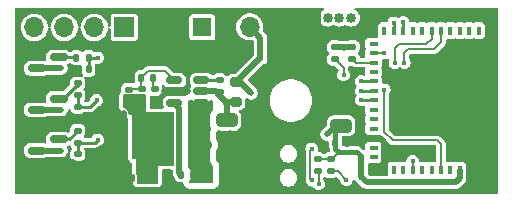
<source format=gbr>
%TF.GenerationSoftware,KiCad,Pcbnew,8.0.6*%
%TF.CreationDate,2024-11-27T12:45:58+01:00*%
%TF.ProjectId,Caffeinated-AFTONSPARV,43616666-6569-46e6-9174-65642d414654,rev?*%
%TF.SameCoordinates,Original*%
%TF.FileFunction,Copper,L4,Bot*%
%TF.FilePolarity,Positive*%
%FSLAX46Y46*%
G04 Gerber Fmt 4.6, Leading zero omitted, Abs format (unit mm)*
G04 Created by KiCad (PCBNEW 8.0.6) date 2024-11-27 12:45:58*
%MOMM*%
%LPD*%
G01*
G04 APERTURE LIST*
G04 Aperture macros list*
%AMRoundRect*
0 Rectangle with rounded corners*
0 $1 Rounding radius*
0 $2 $3 $4 $5 $6 $7 $8 $9 X,Y pos of 4 corners*
0 Add a 4 corners polygon primitive as box body*
4,1,4,$2,$3,$4,$5,$6,$7,$8,$9,$2,$3,0*
0 Add four circle primitives for the rounded corners*
1,1,$1+$1,$2,$3*
1,1,$1+$1,$4,$5*
1,1,$1+$1,$6,$7*
1,1,$1+$1,$8,$9*
0 Add four rect primitives between the rounded corners*
20,1,$1+$1,$2,$3,$4,$5,0*
20,1,$1+$1,$4,$5,$6,$7,0*
20,1,$1+$1,$6,$7,$8,$9,0*
20,1,$1+$1,$8,$9,$2,$3,0*%
%AMFreePoly0*
4,1,6,0.725000,-0.725000,-0.125000,-0.725000,-0.725000,-0.125000,-0.725000,0.725000,0.725000,0.725000,0.725000,-0.725000,0.725000,-0.725000,$1*%
G04 Aperture macros list end*
%TA.AperFunction,ComponentPad*%
%ADD10R,0.850000X0.850000*%
%TD*%
%TA.AperFunction,ComponentPad*%
%ADD11O,0.850000X0.850000*%
%TD*%
%TA.AperFunction,SMDPad,CuDef*%
%ADD12RoundRect,0.250000X0.325000X0.650000X-0.325000X0.650000X-0.325000X-0.650000X0.325000X-0.650000X0*%
%TD*%
%TA.AperFunction,SMDPad,CuDef*%
%ADD13RoundRect,0.150000X0.587500X0.150000X-0.587500X0.150000X-0.587500X-0.150000X0.587500X-0.150000X0*%
%TD*%
%TA.AperFunction,SMDPad,CuDef*%
%ADD14RoundRect,0.135000X-0.185000X0.135000X-0.185000X-0.135000X0.185000X-0.135000X0.185000X0.135000X0*%
%TD*%
%TA.AperFunction,SMDPad,CuDef*%
%ADD15RoundRect,0.140000X-0.170000X0.140000X-0.170000X-0.140000X0.170000X-0.140000X0.170000X0.140000X0*%
%TD*%
%TA.AperFunction,SMDPad,CuDef*%
%ADD16RoundRect,0.135000X-0.135000X-0.185000X0.135000X-0.185000X0.135000X0.185000X-0.135000X0.185000X0*%
%TD*%
%TA.AperFunction,ComponentPad*%
%ADD17R,1.700000X1.700000*%
%TD*%
%TA.AperFunction,ComponentPad*%
%ADD18O,1.700000X1.700000*%
%TD*%
%TA.AperFunction,SMDPad,CuDef*%
%ADD19R,0.400000X0.800000*%
%TD*%
%TA.AperFunction,SMDPad,CuDef*%
%ADD20R,0.800000X0.400000*%
%TD*%
%TA.AperFunction,SMDPad,CuDef*%
%ADD21R,1.450000X1.450000*%
%TD*%
%TA.AperFunction,SMDPad,CuDef*%
%ADD22FreePoly0,90.000000*%
%TD*%
%TA.AperFunction,SMDPad,CuDef*%
%ADD23R,0.700000X0.700000*%
%TD*%
%TA.AperFunction,SMDPad,CuDef*%
%ADD24RoundRect,0.250000X0.650000X-0.325000X0.650000X0.325000X-0.650000X0.325000X-0.650000X-0.325000X0*%
%TD*%
%TA.AperFunction,SMDPad,CuDef*%
%ADD25RoundRect,0.140000X-0.140000X-0.170000X0.140000X-0.170000X0.140000X0.170000X-0.140000X0.170000X0*%
%TD*%
%TA.AperFunction,SMDPad,CuDef*%
%ADD26RoundRect,0.135000X0.135000X0.185000X-0.135000X0.185000X-0.135000X-0.185000X0.135000X-0.185000X0*%
%TD*%
%TA.AperFunction,SMDPad,CuDef*%
%ADD27RoundRect,0.200000X-0.275000X0.200000X-0.275000X-0.200000X0.275000X-0.200000X0.275000X0.200000X0*%
%TD*%
%TA.AperFunction,SMDPad,CuDef*%
%ADD28R,1.100000X3.700000*%
%TD*%
%TA.AperFunction,SMDPad,CuDef*%
%ADD29RoundRect,0.135000X0.185000X-0.135000X0.185000X0.135000X-0.185000X0.135000X-0.185000X-0.135000X0*%
%TD*%
%TA.AperFunction,SMDPad,CuDef*%
%ADD30RoundRect,0.140000X0.140000X0.170000X-0.140000X0.170000X-0.140000X-0.170000X0.140000X-0.170000X0*%
%TD*%
%TA.AperFunction,SMDPad,CuDef*%
%ADD31RoundRect,0.250000X-0.650000X0.325000X-0.650000X-0.325000X0.650000X-0.325000X0.650000X0.325000X0*%
%TD*%
%TA.AperFunction,SMDPad,CuDef*%
%ADD32RoundRect,0.150000X-0.512500X-0.150000X0.512500X-0.150000X0.512500X0.150000X-0.512500X0.150000X0*%
%TD*%
%TA.AperFunction,ComponentPad*%
%ADD33R,1.600000X1.600000*%
%TD*%
%TA.AperFunction,ComponentPad*%
%ADD34C,1.600000*%
%TD*%
%TA.AperFunction,ViaPad*%
%ADD35C,0.450000*%
%TD*%
%TA.AperFunction,Conductor*%
%ADD36C,0.500000*%
%TD*%
%TA.AperFunction,Conductor*%
%ADD37C,0.250000*%
%TD*%
%TA.AperFunction,Conductor*%
%ADD38C,0.200000*%
%TD*%
%TA.AperFunction,Conductor*%
%ADD39C,0.400000*%
%TD*%
G04 APERTURE END LIST*
D10*
%TO.P,J4,1,Pin_1*%
%TO.N,GND*%
X25600000Y15065000D03*
D11*
%TO.P,J4,2,Pin_2*%
%TO.N,USB-D+*%
X26600000Y15065000D03*
%TO.P,J4,3,Pin_3*%
%TO.N,USB-D-*%
X27600000Y15065000D03*
%TO.P,J4,4,Pin_4*%
%TO.N,+3.3V*%
X28600000Y15065000D03*
%TD*%
D12*
%TO.P,C9,1*%
%TO.N,+3.3V*%
X11225000Y5925000D03*
%TO.P,C9,2*%
%TO.N,GND*%
X8275000Y5925000D03*
%TD*%
D13*
%TO.P,Q2,1,G*%
%TO.N,Net-(Q2-G)*%
X3837500Y8250000D03*
%TO.P,Q2,2,S*%
%TO.N,GND*%
X3837500Y6350000D03*
%TO.P,Q2,3,D*%
%TO.N,Net-(J2-Pin_3)*%
X1962500Y7300000D03*
%TD*%
D14*
%TO.P,R7,1*%
%TO.N,+3.3V*%
X26850000Y3135000D03*
%TO.P,R7,2*%
%TO.N,IO9*%
X26850000Y2115000D03*
%TD*%
D15*
%TO.P,C5,1*%
%TO.N,Net-(U2-FB)*%
X9750000Y9005000D03*
%TO.P,C5,2*%
%TO.N,+3.3V*%
X9750000Y8045000D03*
%TD*%
D16*
%TO.P,R13,1*%
%TO.N,Net-(U2-FB)*%
X10840000Y10025000D03*
%TO.P,R13,2*%
%TO.N,Net-(R13-Pad2)*%
X11860000Y10025000D03*
%TD*%
D17*
%TO.P,J2,1,Pin_1*%
%TO.N,+24V*%
X9390000Y14275000D03*
D18*
%TO.P,J2,2,Pin_2*%
%TO.N,Net-(J2-Pin_2)*%
X6850000Y14275000D03*
%TO.P,J2,3,Pin_3*%
%TO.N,Net-(J2-Pin_3)*%
X4310000Y14275000D03*
%TO.P,J2,4,Pin_4*%
%TO.N,Net-(J2-Pin_4)*%
X1770000Y14275000D03*
%TD*%
D19*
%TO.P,U1,1,GND*%
%TO.N,GND*%
X39400000Y2200000D03*
%TO.P,U1,2,GND*%
X38600000Y2200000D03*
%TO.P,U1,3,3V3*%
%TO.N,+3.3V*%
X37800000Y2200000D03*
%TO.P,U1,4,NC*%
%TO.N,unconnected-(U1-NC-Pad4)*%
X37000000Y2200000D03*
%TO.P,U1,5,GPIO2/ADC1_CH2*%
%TO.N,Net-(U1-GPIO2{slash}ADC1_CH2)*%
X36200000Y2200000D03*
%TO.P,U1,6,GPIO3/ADC1_CH3*%
%TO.N,unconnected-(U1-GPIO3{slash}ADC1_CH3-Pad6)*%
X35400000Y2200000D03*
%TO.P,U1,7,NC*%
%TO.N,unconnected-(U1-NC-Pad7)*%
X34600000Y2200000D03*
%TO.P,U1,8,EN/CHIP_PU*%
%TO.N,EN*%
X33800000Y2200000D03*
%TO.P,U1,9,NC*%
%TO.N,unconnected-(U1-NC-Pad9)*%
X33000000Y2200000D03*
%TO.P,U1,10,NC*%
%TO.N,unconnected-(U1-NC-Pad10)*%
X32200000Y2200000D03*
%TO.P,U1,11,GND*%
%TO.N,GND*%
X31400000Y2200000D03*
D20*
%TO.P,U1,12,GPIO0/ADC1_CH0/XTAL_32K_P*%
%TO.N,unconnected-(U1-GPIO0{slash}ADC1_CH0{slash}XTAL_32K_P-Pad12)*%
X30500000Y3300000D03*
%TO.P,U1,13,GPIO1/ADC1_CH1/XTAL_32K_N*%
%TO.N,unconnected-(U1-GPIO1{slash}ADC1_CH1{slash}XTAL_32K_N-Pad13)*%
X30500000Y4100000D03*
%TO.P,U1,14,GND*%
%TO.N,GND*%
X30500000Y4900000D03*
%TO.P,U1,15,NC*%
%TO.N,unconnected-(U1-NC-Pad15)*%
X30500000Y5700000D03*
%TO.P,U1,16,GPIO10*%
%TO.N,unconnected-(U1-GPIO10-Pad16)*%
X30500000Y6500000D03*
%TO.P,U1,17,NC*%
%TO.N,unconnected-(U1-NC-Pad17)*%
X30500000Y7300000D03*
%TO.P,U1,18,GPIO4/ADC1_CH4*%
%TO.N,LED-R*%
X30500000Y8100000D03*
%TO.P,U1,19,GPIO5/ADC2_CH0*%
%TO.N,LED-G*%
X30500000Y8900000D03*
%TO.P,U1,20,GPIO6*%
%TO.N,LED-B*%
X30500000Y9700000D03*
%TO.P,U1,21,GPIO7*%
%TO.N,unconnected-(U1-GPIO7-Pad21)*%
X30500000Y10500000D03*
%TO.P,U1,22,GPIO8*%
%TO.N,Net-(U1-GPIO8)*%
X30500000Y11300000D03*
%TO.P,U1,23,GPIO9*%
%TO.N,IO9*%
X30500000Y12100000D03*
%TO.P,U1,24,NC*%
%TO.N,unconnected-(U1-NC-Pad24)*%
X30500000Y12900000D03*
D19*
%TO.P,U1,25,NC*%
%TO.N,unconnected-(U1-NC-Pad25)*%
X31400000Y14000000D03*
%TO.P,U1,26,GPIO18/USB_D-*%
%TO.N,USB-D-*%
X32200000Y14000000D03*
%TO.P,U1,27,GPIO19/USB_D+*%
%TO.N,USB-D+*%
X33000000Y14000000D03*
%TO.P,U1,28,NC*%
%TO.N,unconnected-(U1-NC-Pad28)*%
X33800000Y14000000D03*
%TO.P,U1,29,NC*%
%TO.N,unconnected-(U1-NC-Pad29)*%
X34600000Y14000000D03*
%TO.P,U1,30,GPIO20/U0RXD*%
%TO.N,RX*%
X35400000Y14000000D03*
%TO.P,U1,31,GPIO21/U0TXD*%
%TO.N,TX*%
X36200000Y14000000D03*
%TO.P,U1,32,NC*%
%TO.N,unconnected-(U1-NC-Pad32)*%
X37000000Y14000000D03*
%TO.P,U1,33,NC*%
%TO.N,unconnected-(U1-NC-Pad33)*%
X37800000Y14000000D03*
%TO.P,U1,34,NC*%
%TO.N,unconnected-(U1-NC-Pad34)*%
X38600000Y14000000D03*
%TO.P,U1,35,NC*%
%TO.N,unconnected-(U1-NC-Pad35)*%
X39400000Y14000000D03*
D20*
%TO.P,U1,36,GND*%
%TO.N,GND*%
X40300000Y12900000D03*
%TO.P,U1,37,GND*%
X40300000Y12100000D03*
%TO.P,U1,38,GND*%
X40300000Y11300000D03*
%TO.P,U1,39,GND*%
X40300000Y10500000D03*
%TO.P,U1,40,GND*%
X40300000Y9700000D03*
%TO.P,U1,41,GND*%
X40300000Y8900000D03*
%TO.P,U1,42,GND*%
X40300000Y8100000D03*
%TO.P,U1,43,GND*%
X40300000Y7300000D03*
%TO.P,U1,44,GND*%
X40300000Y6500000D03*
%TO.P,U1,45,GND*%
X40300000Y5700000D03*
%TO.P,U1,46,GND*%
X40300000Y4900000D03*
%TO.P,U1,47,GND*%
X40300000Y4100000D03*
%TO.P,U1,48,GND*%
X40300000Y3300000D03*
D21*
%TO.P,U1,49,GND*%
X33425000Y6125000D03*
X35400000Y6125000D03*
D22*
X37375000Y6125000D03*
D21*
X33425000Y8100000D03*
X35400000Y8100000D03*
X37375000Y8100000D03*
X33425000Y10075000D03*
X35400000Y10075000D03*
X37375000Y10075000D03*
D23*
%TO.P,U1,50,GND*%
X40350000Y14050000D03*
%TO.P,U1,51,GND*%
X30450000Y14050000D03*
%TO.P,U1,52,GND*%
X30450000Y2150000D03*
%TO.P,U1,53,GND*%
X40350000Y2150000D03*
%TD*%
D14*
%TO.P,R8,1*%
%TO.N,+3.3V*%
X27200000Y12610000D03*
%TO.P,R8,2*%
%TO.N,Net-(U1-GPIO2{slash}ADC1_CH2)*%
X27200000Y11590000D03*
%TD*%
%TO.P,R3,1*%
%TO.N,LED-R*%
X5450000Y3535000D03*
%TO.P,R3,2*%
%TO.N,GND*%
X5450000Y2515000D03*
%TD*%
D24*
%TO.P,C6,1*%
%TO.N,+3.3V*%
X27750000Y5950000D03*
%TO.P,C6,2*%
%TO.N,GND*%
X27750000Y8900000D03*
%TD*%
D14*
%TO.P,R9,1*%
%TO.N,+3.3V*%
X28700000Y12610000D03*
%TO.P,R9,2*%
%TO.N,Net-(U1-GPIO8)*%
X28700000Y11590000D03*
%TD*%
D25*
%TO.P,C7,1*%
%TO.N,+3.3V*%
X27270000Y4525000D03*
%TO.P,C7,2*%
%TO.N,GND*%
X28230000Y4525000D03*
%TD*%
D26*
%TO.P,R5,1*%
%TO.N,LED-B*%
X6360000Y11725000D03*
%TO.P,R5,2*%
%TO.N,Net-(Q3-G)*%
X5340000Y11725000D03*
%TD*%
D27*
%TO.P,R11,1*%
%TO.N,+24V*%
X18850000Y9650000D03*
%TO.P,R11,2*%
%TO.N,Net-(U2-IN)*%
X18850000Y8000000D03*
%TD*%
D14*
%TO.P,R2,1*%
%TO.N,LED-G*%
X5450000Y7535000D03*
%TO.P,R2,2*%
%TO.N,GND*%
X5450000Y6515000D03*
%TD*%
D26*
%TO.P,R1,1*%
%TO.N,LED-B*%
X6360000Y10725000D03*
%TO.P,R1,2*%
%TO.N,GND*%
X5340000Y10725000D03*
%TD*%
D17*
%TO.P,J1,1,Pin_1*%
%TO.N,GND*%
X22550000Y14325000D03*
D18*
%TO.P,J1,2,Pin_2*%
%TO.N,+24V*%
X20010000Y14325000D03*
%TD*%
D28*
%TO.P,L1,1,1*%
%TO.N,Net-(U2-LX)*%
X15925000Y4800000D03*
%TO.P,L1,2,2*%
%TO.N,+3.3V*%
X12925000Y4800000D03*
%TD*%
D29*
%TO.P,R14,1*%
%TO.N,Net-(U2-IN)*%
X17450000Y8815000D03*
%TO.P,R14,2*%
%TO.N,Net-(U2-EN)*%
X17450000Y9835000D03*
%TD*%
D30*
%TO.P,C4,1*%
%TO.N,Net-(U2-LX)*%
X15180000Y1800000D03*
%TO.P,C4,2*%
%TO.N,Net-(U2-BS)*%
X14220000Y1800000D03*
%TD*%
D29*
%TO.P,R4,1*%
%TO.N,LED-G*%
X5450000Y8515000D03*
%TO.P,R4,2*%
%TO.N,Net-(Q2-G)*%
X5450000Y9535000D03*
%TD*%
D31*
%TO.P,C3,1*%
%TO.N,Net-(U2-IN)*%
X18050000Y6400000D03*
%TO.P,C3,2*%
%TO.N,GND*%
X18050000Y3450000D03*
%TD*%
D13*
%TO.P,Q3,1,G*%
%TO.N,Net-(Q3-G)*%
X3837500Y11750000D03*
%TO.P,Q3,2,S*%
%TO.N,GND*%
X3837500Y9850000D03*
%TO.P,Q3,3,D*%
%TO.N,Net-(J2-Pin_4)*%
X1962500Y10800000D03*
%TD*%
D14*
%TO.P,R10,1*%
%TO.N,+3.3V*%
X25750000Y3135000D03*
%TO.P,R10,2*%
%TO.N,EN*%
X25750000Y2115000D03*
%TD*%
D25*
%TO.P,C1,1*%
%TO.N,+24V*%
X20920000Y11750000D03*
%TO.P,C1,2*%
%TO.N,GND*%
X21880000Y11750000D03*
%TD*%
D29*
%TO.P,R6,1*%
%TO.N,LED-R*%
X5450000Y4515000D03*
%TO.P,R6,2*%
%TO.N,Net-(Q1-G)*%
X5450000Y5535000D03*
%TD*%
D13*
%TO.P,Q1,1,G*%
%TO.N,Net-(Q1-G)*%
X3837500Y4800000D03*
%TO.P,Q1,2,S*%
%TO.N,GND*%
X3837500Y2900000D03*
%TO.P,Q1,3,D*%
%TO.N,Net-(J2-Pin_2)*%
X1962500Y3850000D03*
%TD*%
D12*
%TO.P,C10,1*%
%TO.N,+3.3V*%
X11225000Y3525000D03*
%TO.P,C10,2*%
%TO.N,GND*%
X8275000Y3525000D03*
%TD*%
D32*
%TO.P,U2,1,BS*%
%TO.N,Net-(U2-BS)*%
X13637500Y7900000D03*
%TO.P,U2,2,GND*%
%TO.N,GND*%
X13637500Y8850000D03*
%TO.P,U2,3,FB*%
%TO.N,Net-(U2-FB)*%
X13637500Y9800000D03*
%TO.P,U2,4,EN*%
%TO.N,Net-(U2-EN)*%
X15912500Y9800000D03*
%TO.P,U2,5,IN*%
%TO.N,Net-(U2-IN)*%
X15912500Y8850000D03*
%TO.P,U2,6,LX*%
%TO.N,Net-(U2-LX)*%
X15912500Y7900000D03*
%TD*%
D33*
%TO.P,C2,1*%
%TO.N,+24V*%
X15982380Y14300000D03*
D34*
%TO.P,C2,2*%
%TO.N,GND*%
X13482380Y14300000D03*
%TD*%
D14*
%TO.P,R15,1*%
%TO.N,Net-(R13-Pad2)*%
X11950000Y9035000D03*
%TO.P,R15,2*%
%TO.N,GND*%
X11950000Y8015000D03*
%TD*%
D29*
%TO.P,R12,1*%
%TO.N,+3.3V*%
X10850000Y8015000D03*
%TO.P,R12,2*%
%TO.N,Net-(U2-FB)*%
X10850000Y9035000D03*
%TD*%
D30*
%TO.P,C11,1*%
%TO.N,+3.3V*%
X11030000Y1525000D03*
%TO.P,C11,2*%
%TO.N,GND*%
X10070000Y1525000D03*
%TD*%
D35*
%TO.N,GND*%
X39400000Y3300000D03*
X40350000Y1300000D03*
X33400000Y10100000D03*
X4825000Y2900000D03*
X2750000Y2900000D03*
X31400000Y2900000D03*
X39400000Y11300000D03*
X2750000Y9850000D03*
X9325000Y3100000D03*
X2750000Y6350000D03*
X9325000Y7050000D03*
X37400000Y10100000D03*
X18350000Y5350000D03*
X9325000Y5075000D03*
X39400000Y9700000D03*
X33400000Y8100000D03*
X40350000Y15500000D03*
X33400000Y6100000D03*
X29400000Y12000000D03*
X35400000Y8100000D03*
X24560000Y3950000D03*
X12725000Y8850000D03*
X37400000Y6100000D03*
X17425000Y5350000D03*
X14775000Y8850000D03*
X4825000Y6350000D03*
X39400000Y6500000D03*
X35400000Y10100000D03*
X35400000Y6100000D03*
X37400000Y8100000D03*
X40350000Y14750000D03*
X39400000Y4900000D03*
X39400000Y12900000D03*
X40350000Y600000D03*
%TO.N,+24V*%
X20150000Y8700000D03*
%TO.N,Net-(J2-Pin_2)*%
X3050000Y3850000D03*
X4050000Y3850000D03*
%TO.N,Net-(J2-Pin_3)*%
X4050000Y7300000D03*
X3050000Y7300000D03*
%TO.N,+3.3V*%
X12050000Y1900000D03*
X27950000Y12525000D03*
X26550000Y5225000D03*
X10600000Y2225000D03*
%TO.N,IO9*%
X31400000Y12100000D03*
X28192500Y1367500D03*
%TO.N,TX*%
X33100000Y11300000D03*
%TO.N,Net-(U1-GPIO2{slash}ADC1_CH2)*%
X31400000Y9000000D03*
X27950000Y10250000D03*
%TO.N,RX*%
X25250000Y4000000D03*
X32300000Y11300000D03*
X25295000Y1325000D03*
%TO.N,EN*%
X33800000Y2950000D03*
X25850000Y1025000D03*
%TO.N,USB-D+*%
X33000000Y14700000D03*
%TO.N,LED-B*%
X7125000Y11700000D03*
X29450000Y9700000D03*
%TO.N,LED-G*%
X7037500Y8112500D03*
X29450000Y8900000D03*
%TO.N,LED-R*%
X29450000Y8125000D03*
X7125000Y4750000D03*
%TO.N,USB-D-*%
X32200000Y14675000D03*
%TO.N,Net-(J2-Pin_4)*%
X4050000Y10800000D03*
X3050000Y10800000D03*
%TD*%
D36*
%TO.N,GND*%
X30500000Y4900000D02*
X31050000Y4900000D01*
X5065000Y2900000D02*
X5450000Y2515000D01*
X18350000Y4875000D02*
X17875000Y4400000D01*
X38600000Y2200000D02*
X40300000Y2200000D01*
X9325000Y7050000D02*
X9325000Y4100000D01*
X2750000Y2900000D02*
X5065000Y2900000D01*
X9325000Y4100000D02*
X9325000Y2765000D01*
X40300000Y2200000D02*
X40350000Y2150000D01*
X30450000Y2150000D02*
X31350000Y2150000D01*
X31350000Y2150000D02*
X31400000Y2200000D01*
X40350000Y2150000D02*
X40350000Y14050000D01*
X31400000Y4550000D02*
X31400000Y3050000D01*
X13637500Y8850000D02*
X14775000Y8850000D01*
X17425000Y5350000D02*
X17425000Y4850000D01*
X31400000Y2200000D02*
X31400000Y3050000D01*
X13637500Y8850000D02*
X12725000Y8850000D01*
X17425000Y4850000D02*
X17875000Y4400000D01*
X18350000Y5350000D02*
X18350000Y4875000D01*
X9325000Y2765000D02*
X9720000Y2370000D01*
X2750000Y6350000D02*
X5425000Y6350000D01*
X31050000Y4900000D02*
X31400000Y4550000D01*
X13637500Y8850000D02*
X13587500Y8900000D01*
%TO.N,+24V*%
X18850000Y9650000D02*
X18875000Y9650000D01*
X20150000Y8700000D02*
X19200000Y9650000D01*
X20920000Y13415000D02*
X20010000Y14325000D01*
X20920000Y11695000D02*
X20920000Y13415000D01*
X18875000Y9650000D02*
X20920000Y11695000D01*
X19200000Y9650000D02*
X18850000Y9650000D01*
%TO.N,Net-(J2-Pin_2)*%
X4050000Y3850000D02*
X1962500Y3850000D01*
%TO.N,Net-(J2-Pin_3)*%
X1962500Y7300000D02*
X4050000Y7300000D01*
D37*
%TO.N,Net-(Q1-G)*%
X4715000Y4800000D02*
X5450000Y5535000D01*
X3837500Y4800000D02*
X4715000Y4800000D01*
%TO.N,Net-(Q2-G)*%
X4165000Y8250000D02*
X5263000Y9348000D01*
X3837500Y8250000D02*
X4165000Y8250000D01*
X5263000Y9348000D02*
X5450000Y9348000D01*
%TO.N,Net-(Q3-G)*%
X3837500Y11750000D02*
X5425000Y11750000D01*
D38*
%TO.N,Net-(U1-GPIO8)*%
X28700000Y11590000D02*
X28990000Y11300000D01*
X28990000Y11300000D02*
X30500000Y11300000D01*
D36*
%TO.N,+3.3V*%
X26550000Y5225000D02*
X26950000Y5625000D01*
D38*
X26850000Y3135000D02*
X26960000Y3135000D01*
D39*
X29075000Y3725000D02*
X29450000Y3350000D01*
X27550000Y3725000D02*
X29075000Y3725000D01*
D36*
X37450000Y1150000D02*
X37800000Y1500000D01*
D38*
X25750000Y3135000D02*
X26850000Y3135000D01*
D39*
X27270000Y4525000D02*
X27270000Y4005000D01*
D36*
X29450000Y1600000D02*
X29900000Y1150000D01*
X37800000Y1500000D02*
X37800000Y2200000D01*
D39*
X27750000Y5950000D02*
X27270000Y5470000D01*
X27270000Y5470000D02*
X27270000Y4525000D01*
D36*
X27865000Y12610000D02*
X27200000Y12610000D01*
D39*
X27270000Y4005000D02*
X27550000Y3725000D01*
D36*
X27950000Y12525000D02*
X27865000Y12610000D01*
X29900000Y1150000D02*
X37450000Y1150000D01*
X28035000Y12610000D02*
X28700000Y12610000D01*
X26950000Y5625000D02*
X28325000Y5625000D01*
X27950000Y12525000D02*
X28035000Y12610000D01*
D38*
X26960000Y3135000D02*
X27550000Y3725000D01*
D36*
X29450000Y3350000D02*
X29450000Y1600000D01*
D38*
%TO.N,IO9*%
X27445000Y2115000D02*
X28192500Y1367500D01*
X26850000Y2115000D02*
X27445000Y2115000D01*
X31400000Y12100000D02*
X30500000Y12100000D01*
%TO.N,TX*%
X33100000Y12100000D02*
X33450000Y12450000D01*
X36200000Y13025000D02*
X36200000Y14000000D01*
X33100000Y11300000D02*
X33100000Y12100000D01*
X35625000Y12450000D02*
X36200000Y13025000D01*
X33450000Y12450000D02*
X35625000Y12450000D01*
%TO.N,Net-(U1-GPIO2{slash}ADC1_CH2)*%
X31400000Y9000000D02*
X31400000Y5400000D01*
X27950000Y10840000D02*
X27200000Y11590000D01*
X32100000Y4700000D02*
X35900000Y4700000D01*
X31400000Y5400000D02*
X32100000Y4700000D01*
X35900000Y4700000D02*
X36200000Y4400000D01*
X36200000Y4400000D02*
X36200000Y2200000D01*
X27950000Y10250000D02*
X27950000Y10840000D01*
%TO.N,RX*%
X32650000Y12850000D02*
X32300000Y12500000D01*
X25150000Y3900000D02*
X25250000Y4000000D01*
X25150000Y1470000D02*
X25150000Y3900000D01*
X35400000Y13300000D02*
X35400000Y14000000D01*
X34950000Y12850000D02*
X32650000Y12850000D01*
X25295000Y1325000D02*
X25150000Y1470000D01*
X35400000Y13300000D02*
X34950000Y12850000D01*
X32300000Y12500000D02*
X32300000Y11300000D01*
D36*
%TO.N,Net-(U2-IN)*%
X17350000Y8650000D02*
X18000000Y8000000D01*
X18000000Y7775000D02*
X18050000Y7725000D01*
X18050000Y7725000D02*
X18050000Y6400000D01*
X18000000Y8000000D02*
X18000000Y7775000D01*
X18800000Y8000000D02*
X18000000Y8000000D01*
X15912500Y8850000D02*
X17150000Y8850000D01*
X17150000Y8850000D02*
X17350000Y8650000D01*
%TO.N,Net-(U2-BS)*%
X14050000Y1970000D02*
X14220000Y1800000D01*
X13637500Y7900000D02*
X14050000Y7487500D01*
X14050000Y7487500D02*
X14050000Y1970000D01*
D38*
%TO.N,Net-(U2-FB)*%
X11387000Y10572000D02*
X10840000Y10025000D01*
X12865500Y10572000D02*
X11387000Y10572000D01*
X10850000Y9035000D02*
X9780000Y9035000D01*
X13637500Y9800000D02*
X12865500Y10572000D01*
X9780000Y9035000D02*
X9750000Y9005000D01*
X10840000Y10025000D02*
X10840000Y9045000D01*
X10840000Y9045000D02*
X10850000Y9035000D01*
D37*
%TO.N,Net-(U2-EN)*%
X17450000Y9835000D02*
X17415000Y9800000D01*
X17415000Y9800000D02*
X15912500Y9800000D01*
D38*
%TO.N,EN*%
X25850000Y2015000D02*
X25750000Y2115000D01*
X33800000Y2950000D02*
X33800000Y2200000D01*
X25850000Y1025000D02*
X25850000Y2015000D01*
D37*
%TO.N,USB-D+*%
X33000000Y14700000D02*
X33000000Y14000000D01*
%TO.N,LED-B*%
X7100000Y11725000D02*
X7125000Y11700000D01*
X6360000Y11725000D02*
X6360000Y10725000D01*
X6360000Y11725000D02*
X7100000Y11725000D01*
X29450000Y9700000D02*
X30500000Y9700000D01*
%TO.N,LED-G*%
X29450000Y8900000D02*
X30500000Y8900000D01*
X7037500Y8112500D02*
X6460000Y7535000D01*
X6460000Y7535000D02*
X5450000Y7535000D01*
X5450000Y7535000D02*
X5450000Y8515000D01*
%TO.N,LED-R*%
X5450000Y4515000D02*
X5450000Y3535000D01*
X29450000Y8125000D02*
X29475000Y8100000D01*
X29475000Y8100000D02*
X30500000Y8100000D01*
X7125000Y4750000D02*
X6890000Y4515000D01*
X6890000Y4515000D02*
X5450000Y4515000D01*
%TO.N,USB-D-*%
X32200000Y14675000D02*
X32200000Y14000000D01*
D38*
%TO.N,Net-(R13-Pad2)*%
X11860000Y9125000D02*
X11950000Y9035000D01*
X11860000Y10025000D02*
X11860000Y9125000D01*
D36*
%TO.N,Net-(J2-Pin_4)*%
X1962500Y10800000D02*
X4050000Y10800000D01*
%TD*%
%TA.AperFunction,Conductor*%
%TO.N,GND*%
G36*
X26281454Y15930315D02*
G01*
X26327209Y15877511D01*
X26337153Y15808353D01*
X26308128Y15744797D01*
X26280387Y15721006D01*
X26144795Y15635808D01*
X26029192Y15520205D01*
X25942210Y15381775D01*
X25888212Y15227456D01*
X25869909Y15065004D01*
X25869909Y15064997D01*
X25888212Y14902545D01*
X25942210Y14748226D01*
X26001904Y14653224D01*
X26029192Y14609796D01*
X26144796Y14494192D01*
X26283225Y14407211D01*
X26437539Y14353214D01*
X26437542Y14353214D01*
X26437544Y14353213D01*
X26599996Y14334909D01*
X26600000Y14334909D01*
X26600004Y14334909D01*
X26762455Y14353213D01*
X26762456Y14353214D01*
X26762461Y14353214D01*
X26916775Y14407211D01*
X27034028Y14480887D01*
X27101264Y14499887D01*
X27165971Y14480887D01*
X27283225Y14407211D01*
X27437539Y14353214D01*
X27437542Y14353214D01*
X27437544Y14353213D01*
X27599996Y14334909D01*
X27600000Y14334909D01*
X27600004Y14334909D01*
X27762455Y14353213D01*
X27762456Y14353214D01*
X27762461Y14353214D01*
X27916775Y14407211D01*
X28034028Y14480887D01*
X28101264Y14499887D01*
X28165971Y14480887D01*
X28283225Y14407211D01*
X28437539Y14353214D01*
X28437542Y14353214D01*
X28437544Y14353213D01*
X28599996Y14334909D01*
X28600000Y14334909D01*
X28600004Y14334909D01*
X28762455Y14353213D01*
X28762456Y14353214D01*
X28762461Y14353214D01*
X28916775Y14407211D01*
X29055204Y14494192D01*
X29170808Y14609796D01*
X29257789Y14748225D01*
X29311786Y14902539D01*
X29316009Y14940017D01*
X29330091Y15064997D01*
X29330091Y15065004D01*
X29311787Y15227456D01*
X29311786Y15227458D01*
X29311786Y15227461D01*
X29257789Y15381775D01*
X29170808Y15520204D01*
X29055204Y15635808D01*
X28919613Y15721006D01*
X28873322Y15773341D01*
X28862674Y15842395D01*
X28891049Y15906243D01*
X28949439Y15944615D01*
X28985585Y15950000D01*
X40876000Y15950000D01*
X40943039Y15930315D01*
X40988794Y15877511D01*
X41000000Y15826000D01*
X41000000Y274000D01*
X40980315Y206961D01*
X40927511Y161206D01*
X40876000Y150000D01*
X274000Y150000D01*
X206961Y169685D01*
X161206Y222489D01*
X150000Y274000D01*
X150000Y4054270D01*
X924500Y4054270D01*
X924500Y3645731D01*
X927353Y3615301D01*
X927353Y3615299D01*
X972206Y3487120D01*
X972207Y3487118D01*
X1052850Y3377850D01*
X1162118Y3297207D01*
X1175453Y3292541D01*
X1290299Y3252354D01*
X1320730Y3249500D01*
X1320734Y3249500D01*
X2604270Y3249500D01*
X2634699Y3252354D01*
X2673025Y3265765D01*
X2749549Y3292541D01*
X2790504Y3299500D01*
X4122472Y3299500D01*
X4122475Y3299500D01*
X4262485Y3337016D01*
X4388015Y3409491D01*
X4490509Y3511985D01*
X4562984Y3637515D01*
X4585726Y3722389D01*
X4613973Y3768733D01*
X4600500Y3819363D01*
X4600500Y3922473D01*
X4600500Y3922475D01*
X4562984Y4062485D01*
X4561680Y4064743D01*
X4561159Y4066891D01*
X4559872Y4069999D01*
X4560356Y4070200D01*
X4545205Y4132641D01*
X4568054Y4198669D01*
X4622973Y4241862D01*
X4628070Y4243774D01*
X4637882Y4247207D01*
X4671341Y4271901D01*
X4736968Y4295871D01*
X4805138Y4280556D01*
X4854206Y4230816D01*
X4862014Y4213086D01*
X4866218Y4201073D01*
X4875619Y4174206D01*
X4929166Y4101653D01*
X4931394Y4098634D01*
X4955365Y4033005D01*
X4940050Y3964834D01*
X4931394Y3951368D01*
X4922348Y3939109D01*
X4875619Y3875794D01*
X4841541Y3778407D01*
X4814356Y3740507D01*
X4829465Y3693245D01*
X4829500Y3690294D01*
X4829500Y3347547D01*
X4832258Y3318126D01*
X4832260Y3318116D01*
X4875618Y3194208D01*
X4953576Y3088577D01*
X4979639Y3069342D01*
X5059206Y3010619D01*
X5084698Y3001699D01*
X5183119Y2967259D01*
X5190796Y2966540D01*
X5212543Y2964500D01*
X5687456Y2964501D01*
X5716879Y2967259D01*
X5840794Y3010619D01*
X5946423Y3088577D01*
X6024381Y3194206D01*
X6046061Y3256164D01*
X6067741Y3318119D01*
X6067741Y3318121D01*
X6068367Y3324793D01*
X6070500Y3347543D01*
X6070499Y3722456D01*
X6067741Y3751879D01*
X6061843Y3768733D01*
X6040402Y3830009D01*
X6024381Y3875794D01*
X6012518Y3891867D01*
X5988548Y3957495D01*
X6003863Y4025665D01*
X6053603Y4074734D01*
X6112289Y4089500D01*
X6946016Y4089500D01*
X6946018Y4089500D01*
X7054237Y4118497D01*
X7151263Y4174515D01*
X7177822Y4201075D01*
X7239141Y4234559D01*
X7249290Y4236329D01*
X7262183Y4238026D01*
X7390018Y4290976D01*
X7499791Y4375209D01*
X7584024Y4484982D01*
X7636974Y4612817D01*
X7655035Y4750000D01*
X7636974Y4887183D01*
X7586548Y5008924D01*
X7584025Y5015015D01*
X7584024Y5015016D01*
X7584024Y5015017D01*
X7499791Y5124791D01*
X7499789Y5124792D01*
X7499789Y5124793D01*
X7433220Y5175873D01*
X7390018Y5209024D01*
X7390017Y5209025D01*
X7390015Y5209026D01*
X7262186Y5261973D01*
X7262184Y5261974D01*
X7262183Y5261974D01*
X7170727Y5274015D01*
X7125001Y5280035D01*
X7124999Y5280035D01*
X7065109Y5272150D01*
X6987817Y5261974D01*
X6987816Y5261974D01*
X6987813Y5261973D01*
X6859985Y5209026D01*
X6750209Y5124791D01*
X6665973Y5015014D01*
X6661910Y5007975D01*
X6660268Y5008924D01*
X6622984Y4962649D01*
X6556691Y4940579D01*
X6552256Y4940500D01*
X6082768Y4940500D01*
X6015729Y4960185D01*
X5969974Y5012989D01*
X5960030Y5082147D01*
X5982998Y5138133D01*
X6024380Y5194205D01*
X6024381Y5194206D01*
X6060516Y5297472D01*
X6067741Y5318119D01*
X6067741Y5318121D01*
X6070500Y5347543D01*
X6070499Y5722456D01*
X6067741Y5751879D01*
X6024381Y5875794D01*
X5957285Y5966706D01*
X5946423Y5981424D01*
X5853620Y6049915D01*
X5840794Y6059381D01*
X5840792Y6059382D01*
X5716880Y6102742D01*
X5687461Y6105500D01*
X5212546Y6105500D01*
X5183125Y6102742D01*
X5183115Y6102740D01*
X5059207Y6059382D01*
X4953576Y5981424D01*
X4875618Y5875793D01*
X4832258Y5751882D01*
X4832258Y5751880D01*
X4829500Y5722462D01*
X4829500Y5567611D01*
X4809815Y5500572D01*
X4793185Y5479935D01*
X4753367Y5440116D01*
X4713837Y5400586D01*
X4652513Y5367102D01*
X4585201Y5371227D01*
X4509700Y5397647D01*
X4479270Y5400500D01*
X4479266Y5400500D01*
X3195734Y5400500D01*
X3195730Y5400500D01*
X3165300Y5397647D01*
X3165298Y5397647D01*
X3037119Y5352794D01*
X3037117Y5352793D01*
X2927850Y5272150D01*
X2847207Y5162883D01*
X2847206Y5162881D01*
X2802353Y5034702D01*
X2802353Y5034700D01*
X2799500Y5004270D01*
X2799500Y4595739D01*
X2801401Y4575463D01*
X2788060Y4506879D01*
X2739758Y4456395D01*
X2671830Y4440039D01*
X2636995Y4446844D01*
X2634704Y4447646D01*
X2634699Y4447647D01*
X2604270Y4450500D01*
X2604266Y4450500D01*
X1320734Y4450500D01*
X1320730Y4450500D01*
X1290300Y4447647D01*
X1290298Y4447647D01*
X1162119Y4402794D01*
X1162117Y4402793D01*
X1052850Y4322150D01*
X972207Y4212883D01*
X972206Y4212881D01*
X927353Y4084702D01*
X927353Y4084700D01*
X924500Y4054270D01*
X150000Y4054270D01*
X150000Y11004270D01*
X924500Y11004270D01*
X924500Y10595731D01*
X927353Y10565301D01*
X927353Y10565299D01*
X972206Y10437120D01*
X972207Y10437118D01*
X1052850Y10327850D01*
X1162118Y10247207D01*
X1175453Y10242541D01*
X1290299Y10202354D01*
X1320730Y10199500D01*
X1320734Y10199500D01*
X2604270Y10199500D01*
X2634699Y10202354D01*
X2673025Y10215765D01*
X2749549Y10242541D01*
X2790504Y10249500D01*
X4122472Y10249500D01*
X4122475Y10249500D01*
X4262485Y10287016D01*
X4388015Y10359491D01*
X4490509Y10461985D01*
X4562984Y10587515D01*
X4600500Y10727525D01*
X4600500Y10872475D01*
X4562984Y11012485D01*
X4561680Y11014743D01*
X4561159Y11016891D01*
X4559872Y11019999D01*
X4560356Y11020200D01*
X4545205Y11082641D01*
X4568054Y11148669D01*
X4622973Y11191862D01*
X4628070Y11193774D01*
X4637882Y11197207D01*
X4718634Y11256805D01*
X4784258Y11280774D01*
X4852429Y11265459D01*
X4886968Y11235117D01*
X4887003Y11235151D01*
X4887532Y11234622D01*
X4892033Y11230668D01*
X4893572Y11228582D01*
X4893575Y11228580D01*
X4893577Y11228577D01*
X4999206Y11150619D01*
X5019331Y11143577D01*
X5123119Y11107259D01*
X5130796Y11106540D01*
X5152543Y11104500D01*
X5527456Y11104501D01*
X5556879Y11107259D01*
X5629573Y11132697D01*
X5699351Y11136259D01*
X5759979Y11101530D01*
X5792206Y11039537D01*
X5791783Y10999503D01*
X5792963Y10999392D01*
X5789500Y10962462D01*
X5789500Y10487547D01*
X5792258Y10458126D01*
X5792260Y10458116D01*
X5832160Y10344091D01*
X5835619Y10334206D01*
X5860098Y10301038D01*
X5868550Y10289586D01*
X5892520Y10223957D01*
X5877204Y10155787D01*
X5827464Y10106719D01*
X5759091Y10092332D01*
X5727824Y10098912D01*
X5716880Y10102742D01*
X5687461Y10105500D01*
X5212546Y10105500D01*
X5183125Y10102742D01*
X5183115Y10102740D01*
X5059207Y10059382D01*
X4953576Y9981424D01*
X4875618Y9875793D01*
X4832258Y9751882D01*
X4832258Y9751880D01*
X4829500Y9722462D01*
X4829500Y9567611D01*
X4809815Y9500572D01*
X4793181Y9479930D01*
X4200071Y8886819D01*
X4138748Y8853334D01*
X4112390Y8850500D01*
X3195730Y8850500D01*
X3165300Y8847647D01*
X3165298Y8847647D01*
X3037119Y8802794D01*
X3037117Y8802793D01*
X2927850Y8722150D01*
X2847207Y8612883D01*
X2847206Y8612881D01*
X2802353Y8484702D01*
X2802353Y8484700D01*
X2799500Y8454270D01*
X2799500Y8045739D01*
X2801401Y8025463D01*
X2788060Y7956879D01*
X2739758Y7906395D01*
X2671830Y7890039D01*
X2636995Y7896844D01*
X2634704Y7897646D01*
X2634699Y7897647D01*
X2604270Y7900500D01*
X2604266Y7900500D01*
X1320734Y7900500D01*
X1320730Y7900500D01*
X1290300Y7897647D01*
X1290298Y7897647D01*
X1162119Y7852794D01*
X1162117Y7852793D01*
X1052850Y7772150D01*
X972207Y7662883D01*
X972206Y7662881D01*
X927353Y7534702D01*
X927353Y7534700D01*
X924500Y7504270D01*
X924500Y7095731D01*
X927353Y7065301D01*
X927353Y7065299D01*
X972206Y6937120D01*
X972207Y6937118D01*
X1052850Y6827850D01*
X1162118Y6747207D01*
X1175453Y6742541D01*
X1290299Y6702354D01*
X1320730Y6699500D01*
X1320734Y6699500D01*
X2604270Y6699500D01*
X2634699Y6702354D01*
X2684057Y6719625D01*
X2749549Y6742541D01*
X2790504Y6749500D01*
X4122472Y6749500D01*
X4122475Y6749500D01*
X4262485Y6787016D01*
X4388015Y6859491D01*
X4490509Y6961985D01*
X4562984Y7087515D01*
X4600500Y7227525D01*
X4600500Y7250639D01*
X4620185Y7317678D01*
X4672989Y7363433D01*
X4742147Y7373377D01*
X4805703Y7344352D01*
X4841541Y7291594D01*
X4873338Y7200723D01*
X4875619Y7194206D01*
X4892900Y7170791D01*
X4953576Y7088577D01*
X4985117Y7065299D01*
X5059206Y7010619D01*
X5094766Y6998176D01*
X5183119Y6967259D01*
X5190796Y6966540D01*
X5212543Y6964500D01*
X5687456Y6964501D01*
X5716879Y6967259D01*
X5840794Y7010619D01*
X5941942Y7085271D01*
X6007571Y7109241D01*
X6015576Y7109500D01*
X6516016Y7109500D01*
X6516018Y7109500D01*
X6624237Y7138497D01*
X6721263Y7194515D01*
X7090323Y7563577D01*
X7151644Y7597060D01*
X7161789Y7598829D01*
X7174683Y7600526D01*
X7302518Y7653476D01*
X7412291Y7737709D01*
X7496524Y7847482D01*
X7549474Y7975317D01*
X7567535Y8112500D01*
X7549474Y8249683D01*
X7514174Y8334906D01*
X7496525Y8377515D01*
X7496524Y8377516D01*
X7496524Y8377517D01*
X7420955Y8476000D01*
X8969500Y8476000D01*
X8969500Y7569318D01*
X8972307Y7528002D01*
X8976843Y7494770D01*
X8976845Y7494760D01*
X8979380Y7479194D01*
X9020198Y7374614D01*
X9020203Y7374603D01*
X9047898Y7330125D01*
X9057131Y7315297D01*
X9094720Y7266635D01*
X9094722Y7266633D01*
X9116776Y7250639D01*
X9185605Y7200721D01*
X9243538Y7173258D01*
X9248742Y7170791D01*
X9248745Y7170790D01*
X9336045Y7143797D01*
X9335386Y7141667D01*
X9388376Y7111821D01*
X9421052Y7050063D01*
X9422023Y7044701D01*
X9425287Y7024096D01*
X9426813Y7004264D01*
X9426791Y6998176D01*
X9426792Y6998169D01*
X9426792Y6998167D01*
X9426911Y6997342D01*
X9436735Y6929010D01*
X9451565Y6869344D01*
X9451567Y6869340D01*
X9508240Y6772437D01*
X9508245Y6772429D01*
X9554001Y6719624D01*
X9554011Y6719613D01*
X9598727Y6677452D01*
X9598729Y6677451D01*
X9598733Y6677447D01*
X9651702Y6650514D01*
X9702538Y6602582D01*
X9719500Y6539982D01*
X9719500Y3224000D01*
X9719501Y3223991D01*
X9726481Y3159065D01*
X9726483Y3159053D01*
X9737688Y3107547D01*
X9748644Y3069346D01*
X9748646Y3069342D01*
X9788206Y3001699D01*
X9805325Y2972429D01*
X9840016Y2932393D01*
X9851081Y2919624D01*
X9851091Y2919613D01*
X9895807Y2877452D01*
X9895809Y2877451D01*
X9895813Y2877447D01*
X9995889Y2826561D01*
X9995890Y2826561D01*
X10000999Y2823963D01*
X9999840Y2821686D01*
X10046292Y2785381D01*
X10069341Y2719423D01*
X10069500Y2713152D01*
X10069500Y1967076D01*
X10071250Y1934433D01*
X10071254Y1934375D01*
X10074079Y1908107D01*
X10074919Y1901061D01*
X10074921Y1901052D01*
X10109699Y1794316D01*
X10109701Y1794312D01*
X10109702Y1794309D01*
X10119971Y1775502D01*
X10125843Y1764748D01*
X10131013Y1754100D01*
X10142056Y1728288D01*
X10151102Y1714750D01*
X10171980Y1648072D01*
X10172000Y1645859D01*
X10172000Y1376358D01*
X10163791Y1331991D01*
X10151907Y1300978D01*
X10151898Y1300951D01*
X10147796Y1287515D01*
X10139498Y1260339D01*
X10135871Y1174000D01*
X10134785Y1148163D01*
X10144729Y1079009D01*
X10159558Y1019344D01*
X10159560Y1019340D01*
X10188590Y969702D01*
X10216238Y922429D01*
X10246002Y888079D01*
X10261994Y869624D01*
X10262004Y869613D01*
X10306720Y827452D01*
X10306722Y827451D01*
X10306726Y827447D01*
X10406802Y776561D01*
X10473841Y756876D01*
X10559913Y744500D01*
X10559916Y744500D01*
X12150990Y744500D01*
X12151000Y744500D01*
X12215941Y751482D01*
X12267452Y762688D01*
X12305658Y773646D01*
X12402571Y830325D01*
X12455375Y876080D01*
X12455382Y876088D01*
X12455387Y876092D01*
X12497548Y920808D01*
X12497553Y920813D01*
X12548439Y1020889D01*
X12568124Y1087928D01*
X12580500Y1174000D01*
X12580500Y2120500D01*
X12600185Y2187539D01*
X12652989Y2233294D01*
X12704500Y2244500D01*
X13375500Y2244500D01*
X13442539Y2224815D01*
X13488294Y2172011D01*
X13499500Y2120500D01*
X13499500Y1897526D01*
X13532196Y1775502D01*
X13537015Y1757518D01*
X13537016Y1757515D01*
X13609490Y1631985D01*
X13609492Y1631983D01*
X13614436Y1625540D01*
X13612091Y1623741D01*
X13638789Y1574848D01*
X13641081Y1560068D01*
X13642289Y1547186D01*
X13642291Y1547174D01*
X13686147Y1421845D01*
X13686148Y1421843D01*
X13765001Y1315001D01*
X13871843Y1236148D01*
X13906551Y1224003D01*
X13997173Y1192292D01*
X13997177Y1192292D01*
X13997181Y1192290D01*
X14012057Y1190895D01*
X14026930Y1189500D01*
X14026934Y1189500D01*
X14275987Y1189500D01*
X14343026Y1169815D01*
X14388781Y1117011D01*
X14394964Y1100435D01*
X14433351Y969702D01*
X14435467Y962496D01*
X14461212Y922437D01*
X14513251Y841463D01*
X14513259Y841452D01*
X14559003Y788660D01*
X14559006Y788657D01*
X14559010Y788653D01*
X14667744Y694433D01*
X14667747Y694432D01*
X14667748Y694431D01*
X14793466Y637016D01*
X14798621Y634662D01*
X14865660Y614977D01*
X14865664Y614976D01*
X15008080Y594500D01*
X15008083Y594500D01*
X16800990Y594500D01*
X16801000Y594500D01*
X16908456Y606053D01*
X16959967Y617259D01*
X16994197Y628653D01*
X17062497Y651384D01*
X17062501Y651387D01*
X17062504Y651387D01*
X17183543Y729175D01*
X17236347Y774930D01*
X17330567Y883664D01*
X17390338Y1014541D01*
X17410023Y1081580D01*
X17410024Y1081584D01*
X17430500Y1224000D01*
X17430500Y1622460D01*
X22544200Y1622460D01*
X22544200Y1475541D01*
X22572858Y1331466D01*
X22572861Y1331456D01*
X22629078Y1195734D01*
X22629083Y1195725D01*
X22710698Y1073581D01*
X22710701Y1073577D01*
X22814576Y969702D01*
X22814580Y969699D01*
X22936724Y888084D01*
X22936730Y888081D01*
X22936731Y888080D01*
X23072458Y831860D01*
X23206797Y805139D01*
X23216540Y803201D01*
X23216544Y803200D01*
X23216545Y803200D01*
X23363456Y803200D01*
X23363457Y803201D01*
X23507542Y831860D01*
X23643269Y888080D01*
X23765420Y969699D01*
X23869301Y1073580D01*
X23950920Y1195731D01*
X24007140Y1331458D01*
X24035800Y1475545D01*
X24035800Y1622455D01*
X24007140Y1766542D01*
X23951424Y1901052D01*
X23950921Y1902267D01*
X23950916Y1902276D01*
X23869301Y2024420D01*
X23869298Y2024424D01*
X23765423Y2128299D01*
X23765419Y2128302D01*
X23643275Y2209917D01*
X23643266Y2209922D01*
X23507544Y2266139D01*
X23507545Y2266139D01*
X23507542Y2266140D01*
X23507538Y2266141D01*
X23507534Y2266142D01*
X23363459Y2294800D01*
X23363455Y2294800D01*
X23216545Y2294800D01*
X23216540Y2294800D01*
X23072465Y2266142D01*
X23072455Y2266139D01*
X22936733Y2209922D01*
X22936724Y2209917D01*
X22814580Y2128302D01*
X22814576Y2128299D01*
X22710701Y2024424D01*
X22710698Y2024420D01*
X22629083Y1902276D01*
X22629078Y1902267D01*
X22572861Y1766545D01*
X22572858Y1766535D01*
X22544200Y1622460D01*
X17430500Y1622460D01*
X17430500Y2487270D01*
X17430416Y2488829D01*
X17429683Y2502493D01*
X17427603Y2541310D01*
X17424769Y2567668D01*
X17416114Y2621080D01*
X17365832Y2755889D01*
X17332347Y2817212D01*
X17246123Y2932393D01*
X17216758Y2961758D01*
X17198904Y2984338D01*
X17196571Y2988121D01*
X17184050Y3008420D01*
X17171885Y3034507D01*
X17161525Y3065770D01*
X17155871Y3092208D01*
X17155636Y3094508D01*
X17155000Y3107058D01*
X17155000Y3654460D01*
X22544200Y3654460D01*
X22544200Y3507541D01*
X22572858Y3363466D01*
X22572861Y3363456D01*
X22629078Y3227734D01*
X22629083Y3227725D01*
X22710698Y3105581D01*
X22710701Y3105577D01*
X22814576Y3001702D01*
X22814580Y3001699D01*
X22936724Y2920084D01*
X22936733Y2920079D01*
X22937858Y2919613D01*
X23072458Y2863860D01*
X23216540Y2835201D01*
X23216544Y2835200D01*
X23216545Y2835200D01*
X23363456Y2835200D01*
X23363457Y2835201D01*
X23507542Y2863860D01*
X23643269Y2920080D01*
X23765420Y3001699D01*
X23869301Y3105580D01*
X23950920Y3227731D01*
X24007140Y3363458D01*
X24035800Y3507545D01*
X24035800Y3654455D01*
X24007140Y3798542D01*
X23959331Y3913963D01*
X23950921Y3934267D01*
X23950916Y3934276D01*
X23907000Y4000000D01*
X24719965Y4000000D01*
X24737674Y3865488D01*
X24738026Y3862819D01*
X24738026Y3862817D01*
X24740061Y3857905D01*
X24749500Y3810452D01*
X24749500Y1417268D01*
X24761631Y1371994D01*
X24764182Y1333125D01*
X24764965Y1333125D01*
X24764965Y1325000D01*
X24782804Y1189500D01*
X24783026Y1187819D01*
X24783027Y1187814D01*
X24835974Y1059985D01*
X24835975Y1059983D01*
X24835976Y1059982D01*
X24920209Y950209D01*
X25029982Y865976D01*
X25029983Y865976D01*
X25029984Y865975D01*
X25055211Y855526D01*
X25157817Y813026D01*
X25295000Y794965D01*
X25302983Y794965D01*
X25370022Y775280D01*
X25401355Y746455D01*
X25475209Y650209D01*
X25584982Y565976D01*
X25712817Y513026D01*
X25835702Y496848D01*
X25849999Y494965D01*
X25850000Y494965D01*
X25850001Y494965D01*
X25862947Y496670D01*
X25987183Y513026D01*
X26115018Y565976D01*
X26224791Y650209D01*
X26309024Y759982D01*
X26361974Y887817D01*
X26380035Y1025000D01*
X26361974Y1162183D01*
X26333752Y1230317D01*
X26309024Y1290018D01*
X26276124Y1332894D01*
X26250930Y1398063D01*
X26250500Y1408380D01*
X26250500Y1499021D01*
X26270185Y1566060D01*
X26322989Y1611815D01*
X26392147Y1621759D01*
X26448132Y1598792D01*
X26459206Y1590619D01*
X26498315Y1576934D01*
X26583119Y1547259D01*
X26590796Y1546540D01*
X26612543Y1544500D01*
X27087456Y1544501D01*
X27116879Y1547259D01*
X27240794Y1590619D01*
X27248254Y1596126D01*
X27313883Y1620097D01*
X27382053Y1604782D01*
X27409570Y1584037D01*
X27638213Y1355395D01*
X27671698Y1294072D01*
X27673471Y1283901D01*
X27680526Y1230316D01*
X27733474Y1102485D01*
X27733475Y1102483D01*
X27733476Y1102482D01*
X27817709Y992709D01*
X27927482Y908476D01*
X28055317Y855526D01*
X28178202Y839348D01*
X28192499Y837465D01*
X28192500Y837465D01*
X28192501Y837465D01*
X28205447Y839170D01*
X28329683Y855526D01*
X28457518Y908476D01*
X28567291Y992709D01*
X28651524Y1102482D01*
X28704474Y1230317D01*
X28716827Y1324146D01*
X28745092Y1388040D01*
X28803417Y1426511D01*
X28873281Y1427343D01*
X28932505Y1390270D01*
X28947152Y1369958D01*
X29009487Y1261989D01*
X29009489Y1261986D01*
X29009490Y1261985D01*
X29561985Y709490D01*
X29664664Y650209D01*
X29687515Y637016D01*
X29827525Y599500D01*
X29827526Y599500D01*
X29827528Y599500D01*
X37522472Y599500D01*
X37522474Y599500D01*
X37522475Y599500D01*
X37662485Y637016D01*
X37685336Y650209D01*
X37788015Y709490D01*
X38240510Y1161985D01*
X38312984Y1287515D01*
X38323028Y1325000D01*
X38335078Y1369966D01*
X38345370Y1408380D01*
X38350500Y1427525D01*
X38350500Y2272475D01*
X38312984Y2412485D01*
X38312982Y2412488D01*
X38312982Y2412490D01*
X38309937Y2419842D01*
X38300499Y2467292D01*
X38300499Y2644857D01*
X38300499Y2644863D01*
X38300499Y2644864D01*
X38300497Y2644883D01*
X38297586Y2669988D01*
X38297585Y2669990D01*
X38297585Y2669991D01*
X38252206Y2772765D01*
X38172765Y2852206D01*
X38149913Y2862296D01*
X38069992Y2897585D01*
X38044865Y2900500D01*
X37555143Y2900500D01*
X37555117Y2900498D01*
X37530013Y2897587D01*
X37509286Y2888436D01*
X37450083Y2862295D01*
X37380808Y2853224D01*
X37349913Y2862296D01*
X37346366Y2863862D01*
X37315602Y2877446D01*
X37269992Y2897585D01*
X37244865Y2900500D01*
X36755143Y2900500D01*
X36755124Y2900498D01*
X36738780Y2898603D01*
X36669920Y2910436D01*
X36618388Y2957620D01*
X36600500Y3021778D01*
X36600500Y4452725D01*
X36600499Y4452730D01*
X36600135Y4454087D01*
X36590851Y4488737D01*
X36573207Y4554588D01*
X36520480Y4645913D01*
X36145913Y5020480D01*
X36056369Y5072179D01*
X36054589Y5073207D01*
X35997225Y5088577D01*
X35952727Y5100500D01*
X35952726Y5100500D01*
X32317255Y5100500D01*
X32250216Y5120185D01*
X32229574Y5136819D01*
X31836819Y5529574D01*
X31803334Y5590897D01*
X31800500Y5617255D01*
X31800500Y8616621D01*
X31820185Y8683660D01*
X31826119Y8692101D01*
X31859024Y8734982D01*
X31911974Y8862817D01*
X31930035Y9000000D01*
X31911974Y9137183D01*
X31874428Y9227827D01*
X31859025Y9265015D01*
X31859024Y9265016D01*
X31859024Y9265017D01*
X31774791Y9374791D01*
X31774789Y9374792D01*
X31774789Y9374793D01*
X31665015Y9459026D01*
X31537186Y9511973D01*
X31537184Y9511974D01*
X31537183Y9511974D01*
X31421974Y9527142D01*
X31400001Y9530035D01*
X31399999Y9530035D01*
X31340685Y9522226D01*
X31271649Y9532991D01*
X31219393Y9579371D01*
X31200499Y9645165D01*
X31200499Y9944857D01*
X31200499Y9944864D01*
X31199036Y9957483D01*
X31197586Y9969988D01*
X31197585Y9969989D01*
X31197585Y9969991D01*
X31162294Y10049917D01*
X31153223Y10119191D01*
X31162291Y10150078D01*
X31197585Y10230009D01*
X31200500Y10255135D01*
X31200499Y10744864D01*
X31200497Y10744883D01*
X31197586Y10769988D01*
X31197585Y10769989D01*
X31197585Y10769991D01*
X31162294Y10849917D01*
X31153223Y10919191D01*
X31162291Y10950078D01*
X31197585Y11030009D01*
X31200500Y11055135D01*
X31200499Y11454837D01*
X31220183Y11521875D01*
X31272987Y11567630D01*
X31340682Y11577775D01*
X31400000Y11569965D01*
X31537183Y11588026D01*
X31638826Y11630128D01*
X31708293Y11637596D01*
X31770772Y11606321D01*
X31806424Y11546232D01*
X31803930Y11476407D01*
X31800838Y11468116D01*
X31788027Y11437187D01*
X31788026Y11437184D01*
X31788026Y11437183D01*
X31779592Y11373121D01*
X31773191Y11324500D01*
X31769965Y11300000D01*
X31788017Y11162882D01*
X31788026Y11162819D01*
X31788027Y11162814D01*
X31840974Y11034985D01*
X31840975Y11034983D01*
X31840976Y11034982D01*
X31925209Y10925209D01*
X32034982Y10840976D01*
X32162817Y10788026D01*
X32285702Y10771848D01*
X32299999Y10769965D01*
X32300000Y10769965D01*
X32300001Y10769965D01*
X32312947Y10771670D01*
X32437183Y10788026D01*
X32565018Y10840976D01*
X32624514Y10886631D01*
X32689681Y10911824D01*
X32758126Y10897786D01*
X32775480Y10886635D01*
X32834982Y10840976D01*
X32962817Y10788026D01*
X33085702Y10771848D01*
X33099999Y10769965D01*
X33100000Y10769965D01*
X33100001Y10769965D01*
X33112947Y10771670D01*
X33237183Y10788026D01*
X33365018Y10840976D01*
X33474791Y10925209D01*
X33559024Y11034982D01*
X33611974Y11162817D01*
X33630035Y11300000D01*
X33611974Y11437183D01*
X33574800Y11526930D01*
X33559024Y11565018D01*
X33526124Y11607894D01*
X33500930Y11673063D01*
X33500500Y11683380D01*
X33500500Y11882746D01*
X33520185Y11949785D01*
X33536819Y11970427D01*
X33579573Y12013181D01*
X33640896Y12046666D01*
X33667254Y12049500D01*
X35677725Y12049500D01*
X35677727Y12049500D01*
X35779588Y12076793D01*
X35870913Y12129520D01*
X36520480Y12779087D01*
X36573207Y12870412D01*
X36600500Y12972273D01*
X36600500Y13077727D01*
X36600500Y13178223D01*
X36620185Y13245262D01*
X36672989Y13291017D01*
X36738794Y13301396D01*
X36755135Y13299500D01*
X37244864Y13299501D01*
X37244879Y13299503D01*
X37244882Y13299503D01*
X37269986Y13302414D01*
X37269987Y13302415D01*
X37269991Y13302415D01*
X37349917Y13337706D01*
X37419190Y13346777D01*
X37450081Y13337707D01*
X37530009Y13302415D01*
X37555135Y13299500D01*
X38044864Y13299501D01*
X38044879Y13299503D01*
X38044882Y13299503D01*
X38069986Y13302414D01*
X38069987Y13302415D01*
X38069991Y13302415D01*
X38149917Y13337706D01*
X38219190Y13346777D01*
X38250081Y13337707D01*
X38330009Y13302415D01*
X38355135Y13299500D01*
X38844864Y13299501D01*
X38844879Y13299503D01*
X38844882Y13299503D01*
X38869986Y13302414D01*
X38869987Y13302415D01*
X38869991Y13302415D01*
X38949917Y13337706D01*
X39019190Y13346777D01*
X39050081Y13337707D01*
X39130009Y13302415D01*
X39155135Y13299500D01*
X39644864Y13299501D01*
X39644879Y13299503D01*
X39644882Y13299503D01*
X39669987Y13302414D01*
X39669988Y13302415D01*
X39669991Y13302415D01*
X39772765Y13347794D01*
X39852206Y13427235D01*
X39897585Y13530009D01*
X39900500Y13555135D01*
X39900499Y14444864D01*
X39900497Y14444883D01*
X39897586Y14469988D01*
X39897585Y14469990D01*
X39897585Y14469991D01*
X39852206Y14572765D01*
X39772765Y14652206D01*
X39749913Y14662296D01*
X39669992Y14697585D01*
X39644865Y14700500D01*
X39155143Y14700500D01*
X39155117Y14700498D01*
X39130013Y14697587D01*
X39118250Y14692393D01*
X39050083Y14662295D01*
X38980808Y14653224D01*
X38949913Y14662296D01*
X38869992Y14697585D01*
X38844865Y14700500D01*
X38355143Y14700500D01*
X38355117Y14700498D01*
X38330013Y14697587D01*
X38318250Y14692393D01*
X38250083Y14662295D01*
X38180808Y14653224D01*
X38149913Y14662296D01*
X38069992Y14697585D01*
X38044865Y14700500D01*
X37555143Y14700500D01*
X37555117Y14700498D01*
X37530013Y14697587D01*
X37518250Y14692393D01*
X37450083Y14662295D01*
X37380808Y14653224D01*
X37349913Y14662296D01*
X37269992Y14697585D01*
X37244865Y14700500D01*
X36755143Y14700500D01*
X36755117Y14700498D01*
X36730013Y14697587D01*
X36718250Y14692393D01*
X36650083Y14662295D01*
X36580808Y14653224D01*
X36549913Y14662296D01*
X36469992Y14697585D01*
X36444865Y14700500D01*
X35955143Y14700500D01*
X35955117Y14700498D01*
X35930013Y14697587D01*
X35918250Y14692393D01*
X35850083Y14662295D01*
X35780808Y14653224D01*
X35749913Y14662296D01*
X35669992Y14697585D01*
X35644865Y14700500D01*
X35155143Y14700500D01*
X35155117Y14700498D01*
X35130013Y14697587D01*
X35118250Y14692393D01*
X35050083Y14662295D01*
X34980808Y14653224D01*
X34949913Y14662296D01*
X34869992Y14697585D01*
X34844865Y14700500D01*
X34355143Y14700500D01*
X34355117Y14700498D01*
X34330013Y14697587D01*
X34318250Y14692393D01*
X34250083Y14662295D01*
X34180808Y14653224D01*
X34149913Y14662296D01*
X34069992Y14697585D01*
X34044868Y14700500D01*
X33638713Y14700500D01*
X33571674Y14720185D01*
X33525919Y14772989D01*
X33515774Y14808313D01*
X33511974Y14837183D01*
X33459024Y14965017D01*
X33374791Y15074791D01*
X33374789Y15074792D01*
X33374789Y15074793D01*
X33297597Y15134025D01*
X33265018Y15159024D01*
X33265017Y15159025D01*
X33265015Y15159026D01*
X33137186Y15211973D01*
X33137184Y15211974D01*
X33137183Y15211974D01*
X33019551Y15227461D01*
X33000001Y15230035D01*
X32999999Y15230035D01*
X32931408Y15221005D01*
X32862817Y15211974D01*
X32862816Y15211974D01*
X32862813Y15211973D01*
X32734984Y15159026D01*
X32734982Y15159024D01*
X32659196Y15100871D01*
X32594027Y15075677D01*
X32525582Y15089716D01*
X32508224Y15100871D01*
X32465018Y15134024D01*
X32465016Y15134025D01*
X32337186Y15186973D01*
X32337184Y15186974D01*
X32337183Y15186974D01*
X32245727Y15199015D01*
X32200001Y15205035D01*
X32199999Y15205035D01*
X32139372Y15197053D01*
X32062817Y15186974D01*
X32062816Y15186974D01*
X32062813Y15186973D01*
X31934985Y15134026D01*
X31825209Y15049791D01*
X31740974Y14940015D01*
X31688025Y14812183D01*
X31688025Y14812182D01*
X31687515Y14808307D01*
X31686176Y14805283D01*
X31685922Y14804332D01*
X31685773Y14804372D01*
X31659244Y14744412D01*
X31600918Y14705945D01*
X31564577Y14700500D01*
X31155143Y14700500D01*
X31155117Y14700498D01*
X31130012Y14697587D01*
X31130008Y14697585D01*
X31027235Y14652207D01*
X30947794Y14572766D01*
X30902415Y14469994D01*
X30902415Y14469992D01*
X30899500Y14444869D01*
X30899500Y13555144D01*
X30899502Y13555125D01*
X30901397Y13538780D01*
X30889564Y13469920D01*
X30842380Y13418388D01*
X30778222Y13400500D01*
X30055143Y13400500D01*
X30055117Y13400498D01*
X30030012Y13397587D01*
X30030008Y13397585D01*
X29927235Y13352207D01*
X29847794Y13272766D01*
X29802415Y13169994D01*
X29802415Y13169992D01*
X29799500Y13144869D01*
X29799500Y12655144D01*
X29799502Y12655118D01*
X29802413Y12630013D01*
X29802414Y12630012D01*
X29802414Y12630010D01*
X29802415Y12630009D01*
X29837704Y12550087D01*
X29846776Y12480809D01*
X29837705Y12449915D01*
X29802415Y12369991D01*
X29799500Y12344869D01*
X29799500Y11855144D01*
X29799502Y11855123D01*
X29801397Y11838786D01*
X29789567Y11769925D01*
X29742387Y11718391D01*
X29678223Y11700500D01*
X29440633Y11700500D01*
X29373594Y11720185D01*
X29327839Y11772989D01*
X29320684Y11799795D01*
X29319352Y11799503D01*
X29317741Y11806875D01*
X29317741Y11806879D01*
X29274381Y11930794D01*
X29203844Y12026368D01*
X29179874Y12091995D01*
X29195189Y12160165D01*
X29203842Y12173630D01*
X29274381Y12269206D01*
X29300113Y12342742D01*
X29317741Y12393119D01*
X29317741Y12393121D01*
X29317741Y12393126D01*
X29320500Y12422543D01*
X29320499Y12797456D01*
X29317741Y12826879D01*
X29274381Y12950794D01*
X29235402Y13003609D01*
X29196423Y13056424D01*
X29104182Y13124500D01*
X29090794Y13134381D01*
X29090792Y13134382D01*
X28966880Y13177742D01*
X28937461Y13180500D01*
X28462546Y13180500D01*
X28433125Y13177742D01*
X28433117Y13177741D01*
X28403732Y13167458D01*
X28362779Y13160500D01*
X27954398Y13160500D01*
X27954398Y13160982D01*
X27945602Y13160982D01*
X27945602Y13160500D01*
X27537221Y13160500D01*
X27496267Y13167458D01*
X27466878Y13177742D01*
X27437461Y13180500D01*
X26962546Y13180500D01*
X26933125Y13177742D01*
X26933115Y13177740D01*
X26809207Y13134382D01*
X26703576Y13056424D01*
X26625618Y12950793D01*
X26582258Y12826882D01*
X26582258Y12826880D01*
X26579500Y12797462D01*
X26579500Y12422547D01*
X26582258Y12393126D01*
X26582260Y12393116D01*
X26625619Y12269206D01*
X26625619Y12269205D01*
X26696154Y12173633D01*
X26720125Y12108004D01*
X26704809Y12039834D01*
X26696154Y12026367D01*
X26625619Y11930796D01*
X26625619Y11930795D01*
X26582258Y11806882D01*
X26582258Y11806880D01*
X26579500Y11777462D01*
X26579500Y11402547D01*
X26582258Y11373126D01*
X26582260Y11373116D01*
X26625618Y11249208D01*
X26703576Y11143577D01*
X26752785Y11107260D01*
X26809206Y11065619D01*
X26839176Y11055132D01*
X26933119Y11022259D01*
X26940796Y11021540D01*
X26962543Y11019500D01*
X27152743Y11019501D01*
X27219783Y10999817D01*
X27240425Y10983182D01*
X27508563Y10715044D01*
X27542048Y10653721D01*
X27537064Y10584029D01*
X27519259Y10551879D01*
X27490977Y10515021D01*
X27490975Y10515018D01*
X27438027Y10387187D01*
X27438026Y10387184D01*
X27438026Y10387183D01*
X27419965Y10250000D01*
X27431434Y10162883D01*
X27438026Y10112819D01*
X27438027Y10112814D01*
X27490974Y9984985D01*
X27490975Y9984983D01*
X27490976Y9984982D01*
X27575209Y9875209D01*
X27684982Y9790976D01*
X27684983Y9790976D01*
X27684984Y9790975D01*
X27693270Y9787543D01*
X27812817Y9738026D01*
X27931034Y9722462D01*
X27949999Y9719965D01*
X27950000Y9719965D01*
X27950001Y9719965D01*
X27968966Y9722462D01*
X28087183Y9738026D01*
X28215018Y9790976D01*
X28324791Y9875209D01*
X28409024Y9984982D01*
X28461974Y10112817D01*
X28480035Y10250000D01*
X28461974Y10387183D01*
X28420404Y10487544D01*
X28409024Y10515018D01*
X28376124Y10557894D01*
X28350930Y10623063D01*
X28350500Y10633380D01*
X28350500Y10895501D01*
X28370185Y10962540D01*
X28422989Y11008295D01*
X28474495Y11019501D01*
X28652744Y11019501D01*
X28719783Y10999816D01*
X28740425Y10983182D01*
X28744087Y10979520D01*
X28835412Y10926793D01*
X28937273Y10899500D01*
X29678222Y10899500D01*
X29745261Y10879815D01*
X29791016Y10827011D01*
X29801396Y10761210D01*
X29799500Y10744872D01*
X29799500Y10309609D01*
X29779815Y10242570D01*
X29727011Y10196815D01*
X29657853Y10186871D01*
X29628049Y10195047D01*
X29610408Y10202354D01*
X29587183Y10211974D01*
X29484446Y10225500D01*
X29450001Y10230035D01*
X29449999Y10230035D01*
X29415554Y10225500D01*
X29312817Y10211974D01*
X29312816Y10211974D01*
X29312813Y10211973D01*
X29184985Y10159026D01*
X29075209Y10074791D01*
X28990974Y9965015D01*
X28938027Y9837187D01*
X28938026Y9837182D01*
X28919965Y9700001D01*
X28919965Y9700000D01*
X28938026Y9562819D01*
X28938027Y9562814D01*
X28990974Y9434985D01*
X28990975Y9434983D01*
X28990976Y9434982D01*
X29032945Y9380288D01*
X29036629Y9375487D01*
X29061823Y9310317D01*
X29047785Y9241873D01*
X29036629Y9224514D01*
X28990976Y9165018D01*
X28990974Y9165016D01*
X28938027Y9037187D01*
X28938026Y9037184D01*
X28938026Y9037183D01*
X28919965Y8900000D01*
X28936563Y8773926D01*
X28938026Y8762819D01*
X28938027Y8762814D01*
X28990975Y8634984D01*
X28990976Y8634982D01*
X29027037Y8587987D01*
X29052232Y8522818D01*
X29038194Y8454373D01*
X29027038Y8437014D01*
X28990976Y8390018D01*
X28990974Y8390016D01*
X28938027Y8262187D01*
X28938026Y8262184D01*
X28938026Y8262183D01*
X28936381Y8249687D01*
X28923191Y8149500D01*
X28919965Y8125000D01*
X28927393Y8068577D01*
X28938026Y7987819D01*
X28938027Y7987814D01*
X28990974Y7859985D01*
X28990975Y7859983D01*
X28990976Y7859982D01*
X29075209Y7750209D01*
X29184982Y7665976D01*
X29184983Y7665976D01*
X29184984Y7665975D01*
X29192454Y7662881D01*
X29312817Y7613026D01*
X29434087Y7597060D01*
X29449999Y7594965D01*
X29450000Y7594965D01*
X29450001Y7594965D01*
X29462947Y7596670D01*
X29587183Y7613026D01*
X29628049Y7629954D01*
X29697516Y7637422D01*
X29759995Y7606147D01*
X29795648Y7546059D01*
X29799500Y7515392D01*
X29799500Y7055144D01*
X29799502Y7055118D01*
X29802413Y7030013D01*
X29802414Y7030012D01*
X29802414Y7030010D01*
X29802415Y7030009D01*
X29837704Y6950087D01*
X29846776Y6880809D01*
X29837705Y6849917D01*
X29822234Y6814877D01*
X29802415Y6769991D01*
X29799500Y6744869D01*
X29799500Y6255144D01*
X29799502Y6255118D01*
X29802413Y6230013D01*
X29802414Y6230012D01*
X29802414Y6230010D01*
X29802415Y6230009D01*
X29837704Y6150087D01*
X29846776Y6080809D01*
X29837705Y6049915D01*
X29802415Y5969991D01*
X29799500Y5944869D01*
X29799500Y5455144D01*
X29799502Y5455118D01*
X29802413Y5430013D01*
X29802415Y5430009D01*
X29847793Y5327236D01*
X29847794Y5327235D01*
X29927235Y5247794D01*
X30030009Y5202415D01*
X30055135Y5199500D01*
X30944864Y5199501D01*
X30966663Y5202029D01*
X31035524Y5190200D01*
X31073252Y5159314D01*
X31073773Y5159834D01*
X31078991Y5154616D01*
X31079322Y5154345D01*
X31079519Y5154088D01*
X31079520Y5154087D01*
X31779519Y4454088D01*
X31779520Y4454087D01*
X31854087Y4379520D01*
X31945413Y4326793D01*
X32047273Y4299500D01*
X32152726Y4299500D01*
X35675500Y4299500D01*
X35742539Y4279815D01*
X35788294Y4227011D01*
X35799500Y4175500D01*
X35799500Y3021778D01*
X35779815Y2954739D01*
X35727011Y2908984D01*
X35661210Y2898604D01*
X35644867Y2900500D01*
X35155143Y2900500D01*
X35155117Y2900498D01*
X35130013Y2897587D01*
X35109286Y2888436D01*
X35050083Y2862295D01*
X34980808Y2853224D01*
X34949913Y2862296D01*
X34946366Y2863862D01*
X34915602Y2877446D01*
X34869992Y2897585D01*
X34844868Y2900500D01*
X34445296Y2900500D01*
X34378257Y2920185D01*
X34332502Y2972989D01*
X34322357Y3008315D01*
X34322343Y3008418D01*
X34311974Y3087183D01*
X34259024Y3215017D01*
X34174791Y3324791D01*
X34174789Y3324792D01*
X34174789Y3324793D01*
X34065015Y3409026D01*
X33937186Y3461973D01*
X33937184Y3461974D01*
X33937183Y3461974D01*
X33845727Y3474015D01*
X33800001Y3480035D01*
X33799999Y3480035D01*
X33731408Y3471005D01*
X33662817Y3461974D01*
X33662816Y3461974D01*
X33662813Y3461973D01*
X33534985Y3409026D01*
X33425209Y3324791D01*
X33340974Y3215015D01*
X33288027Y3087187D01*
X33288026Y3087183D01*
X33277642Y3008313D01*
X33249375Y2944417D01*
X33191050Y2905947D01*
X33154703Y2900500D01*
X32755143Y2900500D01*
X32755117Y2900498D01*
X32730013Y2897587D01*
X32709286Y2888436D01*
X32650083Y2862295D01*
X32580808Y2853224D01*
X32549913Y2862296D01*
X32546366Y2863862D01*
X32515602Y2877446D01*
X32469992Y2897585D01*
X32444865Y2900500D01*
X31955143Y2900500D01*
X31955117Y2900498D01*
X31930012Y2897587D01*
X31930008Y2897585D01*
X31827235Y2852207D01*
X31747794Y2772766D01*
X31702415Y2669994D01*
X31702415Y2669992D01*
X31702415Y2669991D01*
X31699500Y2644865D01*
X31699500Y2209917D01*
X31699501Y1824500D01*
X31679817Y1757461D01*
X31627013Y1711706D01*
X31575501Y1700500D01*
X30179387Y1700500D01*
X30112348Y1720185D01*
X30091706Y1736819D01*
X30036819Y1791706D01*
X30003334Y1853029D01*
X30000500Y1879387D01*
X30000500Y2675501D01*
X30020185Y2742540D01*
X30072989Y2788295D01*
X30124495Y2799501D01*
X30944864Y2799501D01*
X30944879Y2799503D01*
X30944882Y2799503D01*
X30969987Y2802414D01*
X30969988Y2802415D01*
X30969991Y2802415D01*
X31072765Y2847794D01*
X31152206Y2927235D01*
X31197585Y3030009D01*
X31200500Y3055135D01*
X31200499Y3544864D01*
X31200497Y3544883D01*
X31197586Y3569988D01*
X31197585Y3569989D01*
X31197585Y3569991D01*
X31162294Y3649917D01*
X31153223Y3719191D01*
X31162291Y3750078D01*
X31197585Y3830009D01*
X31200500Y3855135D01*
X31200499Y4344864D01*
X31200497Y4344883D01*
X31197586Y4369988D01*
X31197585Y4369990D01*
X31197585Y4369991D01*
X31152206Y4472765D01*
X31072765Y4552206D01*
X31020093Y4575463D01*
X30969992Y4597585D01*
X30944865Y4600500D01*
X30055143Y4600500D01*
X30055117Y4600498D01*
X30030012Y4597587D01*
X30030008Y4597585D01*
X29927235Y4552207D01*
X29847794Y4472766D01*
X29802415Y4369994D01*
X29802415Y4369992D01*
X29799500Y4344869D01*
X29799500Y4007676D01*
X29779815Y3940637D01*
X29727011Y3894882D01*
X29657853Y3884938D01*
X29594297Y3913963D01*
X29587819Y3919995D01*
X29382316Y4125498D01*
X29382314Y4125500D01*
X29297953Y4174206D01*
X29268187Y4191392D01*
X29187983Y4212882D01*
X29140892Y4225500D01*
X29140891Y4225500D01*
X27974500Y4225500D01*
X27907461Y4245185D01*
X27861706Y4297989D01*
X27850500Y4349500D01*
X27850500Y4748071D01*
X27847710Y4777815D01*
X27847710Y4777819D01*
X27847708Y4777823D01*
X27847708Y4777827D01*
X27801617Y4909545D01*
X27798054Y4979323D01*
X27832783Y5039951D01*
X27894776Y5072179D01*
X27918658Y5074500D01*
X28443097Y5074500D01*
X28443102Y5074500D01*
X28531564Y5085123D01*
X28672342Y5140639D01*
X28792922Y5232078D01*
X28884361Y5352658D01*
X28939877Y5493436D01*
X28950500Y5581898D01*
X28950500Y6318102D01*
X28939877Y6406564D01*
X28884361Y6547342D01*
X28884360Y6547343D01*
X28884360Y6547344D01*
X28792922Y6667923D01*
X28672343Y6759361D01*
X28531561Y6814878D01*
X28485926Y6820358D01*
X28443102Y6825500D01*
X27056898Y6825500D01*
X27017853Y6820812D01*
X26968438Y6814878D01*
X26827656Y6759361D01*
X26707077Y6667923D01*
X26615639Y6547344D01*
X26560122Y6406562D01*
X26554188Y6357147D01*
X26549500Y6318102D01*
X26549500Y6318097D01*
X26549500Y6054387D01*
X26529815Y5987348D01*
X26513181Y5966706D01*
X26109491Y5563017D01*
X26109489Y5563014D01*
X26037016Y5437486D01*
X26037016Y5437485D01*
X25999500Y5297474D01*
X25999500Y5152526D01*
X26037016Y5012515D01*
X26109490Y4886985D01*
X26211985Y4784490D01*
X26337515Y4712016D01*
X26477526Y4674500D01*
X26477529Y4674500D01*
X26565500Y4674500D01*
X26632539Y4654815D01*
X26678294Y4602011D01*
X26689500Y4550500D01*
X26689500Y4301930D01*
X26692289Y4272186D01*
X26692291Y4272174D01*
X26736147Y4146844D01*
X26736148Y4146843D01*
X26743277Y4137183D01*
X26745269Y4134485D01*
X26769241Y4068856D01*
X26769500Y4060850D01*
X26769500Y3939108D01*
X26789226Y3865488D01*
X26790270Y3861593D01*
X26788607Y3791743D01*
X26749444Y3733881D01*
X26685216Y3706377D01*
X26670497Y3705500D01*
X26612546Y3705500D01*
X26583125Y3702742D01*
X26583115Y3702740D01*
X26459207Y3659382D01*
X26373634Y3596226D01*
X26308005Y3572255D01*
X26239834Y3587571D01*
X26226366Y3596226D01*
X26159285Y3645734D01*
X26140794Y3659381D01*
X26140792Y3659382D01*
X26016880Y3702742D01*
X25987461Y3705500D01*
X25987457Y3705500D01*
X25881421Y3705500D01*
X25814382Y3725185D01*
X25768627Y3777989D01*
X25758683Y3847147D01*
X25761645Y3861589D01*
X25761971Y3862813D01*
X25761974Y3862817D01*
X25780035Y4000000D01*
X25779952Y4000627D01*
X25778152Y4014298D01*
X25761974Y4137183D01*
X25709024Y4265017D01*
X25624791Y4374791D01*
X25624789Y4374792D01*
X25624789Y4374793D01*
X25529846Y4447646D01*
X25515018Y4459024D01*
X25515017Y4459025D01*
X25515015Y4459026D01*
X25387186Y4511973D01*
X25387184Y4511974D01*
X25387183Y4511974D01*
X25295727Y4524015D01*
X25250001Y4530035D01*
X25249999Y4530035D01*
X25181408Y4521005D01*
X25112817Y4511974D01*
X25112816Y4511974D01*
X25112813Y4511973D01*
X24984985Y4459026D01*
X24875209Y4374791D01*
X24790974Y4265015D01*
X24738027Y4137187D01*
X24738026Y4137184D01*
X24738026Y4137183D01*
X24737416Y4132552D01*
X24720048Y4000627D01*
X24719965Y4000000D01*
X23907000Y4000000D01*
X23869301Y4056420D01*
X23869298Y4056424D01*
X23765423Y4160299D01*
X23765419Y4160302D01*
X23643275Y4241917D01*
X23643266Y4241922D01*
X23513020Y4295871D01*
X23507542Y4298140D01*
X23507538Y4298141D01*
X23507534Y4298142D01*
X23363459Y4326800D01*
X23363455Y4326800D01*
X23216545Y4326800D01*
X23216540Y4326800D01*
X23072465Y4298142D01*
X23072455Y4298139D01*
X22936733Y4241922D01*
X22936724Y4241917D01*
X22814580Y4160302D01*
X22814576Y4160299D01*
X22710701Y4056424D01*
X22710698Y4056420D01*
X22629083Y3934276D01*
X22629078Y3934267D01*
X22572861Y3798545D01*
X22572858Y3798535D01*
X22544200Y3654460D01*
X17155000Y3654460D01*
X17155000Y3792942D01*
X17155641Y3805531D01*
X17155875Y3807824D01*
X17161526Y3834232D01*
X17171885Y3865493D01*
X17184047Y3891577D01*
X17220309Y3950366D01*
X17224264Y3956376D01*
X17255284Y4000629D01*
X17312709Y4132553D01*
X17331194Y4199933D01*
X17349126Y4342684D01*
X17326113Y4484712D01*
X17305236Y4551390D01*
X17305235Y4551393D01*
X17303706Y4554588D01*
X17260013Y4645916D01*
X17243140Y4681184D01*
X17214663Y4723802D01*
X17203209Y4745232D01*
X17194083Y4767266D01*
X17187031Y4790514D01*
X17182381Y4813892D01*
X17180000Y4838075D01*
X17180000Y5361923D01*
X17182382Y5386110D01*
X17187033Y5409493D01*
X17194086Y5432743D01*
X17197136Y5440105D01*
X17197428Y5441053D01*
X17197536Y5441217D01*
X17198121Y5442837D01*
X17198248Y5442792D01*
X17198250Y5442796D01*
X17198352Y5442754D01*
X17198515Y5442695D01*
X17235984Y5499320D01*
X17299922Y5527493D01*
X17330708Y5527645D01*
X17356898Y5524500D01*
X17356900Y5524500D01*
X18743097Y5524500D01*
X18743102Y5524500D01*
X18831564Y5535123D01*
X18972342Y5590639D01*
X19092922Y5682078D01*
X19184361Y5802658D01*
X19239877Y5943436D01*
X19250500Y6031898D01*
X19250500Y6768102D01*
X19239877Y6856564D01*
X19184361Y6997342D01*
X19184360Y6997343D01*
X19184360Y6997344D01*
X19104165Y7103097D01*
X19079342Y7168408D01*
X19093770Y7236772D01*
X19142868Y7286483D01*
X19189715Y7301312D01*
X19232483Y7305909D01*
X19367331Y7356204D01*
X19482546Y7442454D01*
X19568796Y7557669D01*
X19619091Y7692517D01*
X19625500Y7752127D01*
X19625499Y8100004D01*
X21694448Y8100004D01*
X21694448Y8099997D01*
X21714583Y7831311D01*
X21714583Y7831310D01*
X21774536Y7568636D01*
X21774542Y7568617D01*
X21872976Y7317811D01*
X21872979Y7317803D01*
X21962793Y7162242D01*
X22007701Y7084460D01*
X22105372Y6961985D01*
X22175699Y6873797D01*
X22341858Y6719625D01*
X22373212Y6690533D01*
X22595836Y6538750D01*
X22595841Y6538748D01*
X22595842Y6538747D01*
X22595843Y6538746D01*
X22724771Y6476658D01*
X22838592Y6421845D01*
X22838593Y6421845D01*
X22838596Y6421843D01*
X23096069Y6342423D01*
X23096070Y6342423D01*
X23096073Y6342422D01*
X23362494Y6302266D01*
X23362499Y6302266D01*
X23362502Y6302265D01*
X23362503Y6302265D01*
X23631945Y6302265D01*
X23631946Y6302265D01*
X23631953Y6302266D01*
X23898374Y6342422D01*
X23898375Y6342423D01*
X23898379Y6342423D01*
X24155852Y6421843D01*
X24398612Y6538750D01*
X24621236Y6690533D01*
X24800175Y6856564D01*
X24818748Y6873797D01*
X24818748Y6873799D01*
X24818752Y6873801D01*
X24986747Y7084460D01*
X25121469Y7317805D01*
X25219908Y7568622D01*
X25279864Y7831310D01*
X25291593Y7987819D01*
X25300000Y8099997D01*
X25300000Y8100004D01*
X25279864Y8368690D01*
X25279864Y8368691D01*
X25219911Y8631365D01*
X25219910Y8631366D01*
X25219908Y8631378D01*
X25121469Y8882195D01*
X25121468Y8882198D01*
X25053454Y9000000D01*
X24986747Y9115540D01*
X24818752Y9326199D01*
X24818751Y9326200D01*
X24818748Y9326204D01*
X24621236Y9509467D01*
X24611289Y9516249D01*
X24398612Y9661250D01*
X24398608Y9661252D01*
X24398605Y9661254D01*
X24398604Y9661255D01*
X24155854Y9778156D01*
X24155856Y9778156D01*
X23898380Y9857577D01*
X23898374Y9857579D01*
X23631953Y9897735D01*
X23631946Y9897735D01*
X23362502Y9897735D01*
X23362494Y9897735D01*
X23096073Y9857579D01*
X23096067Y9857577D01*
X22838592Y9778156D01*
X22595843Y9661255D01*
X22595842Y9661254D01*
X22373211Y9509467D01*
X22175699Y9326204D01*
X22007701Y9115540D01*
X21872979Y8882198D01*
X21872976Y8882190D01*
X21774542Y8631384D01*
X21774536Y8631365D01*
X21714583Y8368691D01*
X21714583Y8368690D01*
X21694448Y8100004D01*
X19625499Y8100004D01*
X19625499Y8152385D01*
X19645183Y8219423D01*
X19697987Y8265178D01*
X19767146Y8275122D01*
X19811499Y8259771D01*
X19811984Y8259491D01*
X19811985Y8259490D01*
X19937515Y8187016D01*
X20077526Y8149500D01*
X20077529Y8149500D01*
X20222471Y8149500D01*
X20222474Y8149500D01*
X20362485Y8187016D01*
X20488015Y8259490D01*
X20590510Y8361985D01*
X20662984Y8487515D01*
X20700500Y8627526D01*
X20700500Y8772474D01*
X20662984Y8912485D01*
X20590510Y9038015D01*
X19903705Y9724820D01*
X19870220Y9786143D01*
X19875204Y9855835D01*
X19903701Y9900177D01*
X21127415Y11123892D01*
X21174134Y11153249D01*
X21268157Y11186148D01*
X21374999Y11265001D01*
X21453852Y11371843D01*
X21492588Y11482542D01*
X21497708Y11497174D01*
X21497708Y11497177D01*
X21497710Y11497181D01*
X21500500Y11526934D01*
X21500500Y11973066D01*
X21497710Y12002819D01*
X21494084Y12013181D01*
X21477458Y12060697D01*
X21470500Y12101651D01*
X21470500Y13487473D01*
X21470500Y13487475D01*
X21432984Y13627485D01*
X21418131Y13653211D01*
X21360510Y13753015D01*
X21165182Y13948343D01*
X21131697Y14009666D01*
X21133596Y14069957D01*
X21145756Y14112690D01*
X21165429Y14325000D01*
X21145756Y14537310D01*
X21087405Y14742389D01*
X21087403Y14742394D01*
X21087403Y14742395D01*
X20992367Y14933254D01*
X20863872Y15103407D01*
X20818395Y15144865D01*
X20706302Y15247052D01*
X20525019Y15359298D01*
X20525017Y15359299D01*
X20361655Y15422585D01*
X20326198Y15436321D01*
X20116610Y15475500D01*
X19903390Y15475500D01*
X19693802Y15436321D01*
X19693799Y15436321D01*
X19693799Y15436320D01*
X19494982Y15359299D01*
X19494980Y15359298D01*
X19313699Y15247053D01*
X19156127Y15103407D01*
X19027632Y14933254D01*
X18932596Y14742395D01*
X18932596Y14742393D01*
X18874244Y14537311D01*
X18861161Y14396114D01*
X18854571Y14325000D01*
X18874244Y14112690D01*
X18888470Y14062690D01*
X18932596Y13907608D01*
X18932596Y13907606D01*
X19027632Y13716747D01*
X19149685Y13555125D01*
X19156128Y13546593D01*
X19313698Y13402948D01*
X19494981Y13290702D01*
X19693802Y13213679D01*
X19903390Y13174500D01*
X19903392Y13174500D01*
X20116608Y13174500D01*
X20116610Y13174500D01*
X20222716Y13194335D01*
X20292230Y13187304D01*
X20346909Y13143806D01*
X20369391Y13077653D01*
X20369500Y13072446D01*
X20369500Y12101651D01*
X20362542Y12060697D01*
X20342290Y12002823D01*
X20342289Y12002815D01*
X20339500Y11973071D01*
X20339500Y11944388D01*
X20319815Y11877349D01*
X20303181Y11856707D01*
X18833292Y10386819D01*
X18771969Y10353334D01*
X18745612Y10350500D01*
X18527130Y10350500D01*
X18527123Y10350499D01*
X18467516Y10344092D01*
X18332671Y10293798D01*
X18332664Y10293794D01*
X18217455Y10207548D01*
X18217453Y10207546D01*
X18208403Y10195456D01*
X18152468Y10153586D01*
X18082777Y10148603D01*
X18021454Y10182090D01*
X18009368Y10196136D01*
X17946424Y10281423D01*
X17861511Y10344091D01*
X17840794Y10359381D01*
X17840792Y10359382D01*
X17716880Y10402742D01*
X17687461Y10405500D01*
X17212546Y10405500D01*
X17183125Y10402742D01*
X17183115Y10402740D01*
X17059207Y10359382D01*
X16953579Y10281426D01*
X16953575Y10281422D01*
X16949475Y10275865D01*
X16893827Y10233615D01*
X16849706Y10225500D01*
X16844177Y10225500D01*
X16777138Y10245185D01*
X16754524Y10266383D01*
X16753721Y10265579D01*
X16747151Y10272149D01*
X16720416Y10291880D01*
X16637882Y10352793D01*
X16637880Y10352794D01*
X16509700Y10397647D01*
X16479270Y10400500D01*
X16479266Y10400500D01*
X15345734Y10400500D01*
X15345730Y10400500D01*
X15315300Y10397647D01*
X15315298Y10397647D01*
X15187119Y10352794D01*
X15187117Y10352793D01*
X15077850Y10272150D01*
X14997207Y10162883D01*
X14997206Y10162881D01*
X14952353Y10034702D01*
X14952353Y10034700D01*
X14949500Y10004270D01*
X14949500Y9595731D01*
X14952353Y9565301D01*
X14952353Y9565299D01*
X14997206Y9437120D01*
X14997207Y9437118D01*
X15018085Y9408829D01*
X15025610Y9398633D01*
X15049580Y9333003D01*
X15034264Y9264833D01*
X15025610Y9251367D01*
X14997207Y9212882D01*
X14997206Y9212881D01*
X14952353Y9084702D01*
X14952353Y9084700D01*
X14949500Y9054270D01*
X14949500Y8736676D01*
X14929815Y8669637D01*
X14877011Y8623882D01*
X14849694Y8615059D01*
X14801685Y8605509D01*
X14744951Y8590757D01*
X14717628Y8581933D01*
X14662994Y8560718D01*
X14541962Y8482935D01*
X14541959Y8482932D01*
X14515800Y8460265D01*
X14452244Y8431241D01*
X14383085Y8441185D01*
X14367629Y8450285D01*
X14362882Y8452793D01*
X14234700Y8497647D01*
X14204270Y8500500D01*
X14204266Y8500500D01*
X13070734Y8500500D01*
X13070730Y8500500D01*
X13040300Y8497647D01*
X13040298Y8497647D01*
X12912119Y8452794D01*
X12912117Y8452793D01*
X12802850Y8372150D01*
X12722207Y8262883D01*
X12722206Y8262881D01*
X12677353Y8134702D01*
X12677353Y8134700D01*
X12674500Y8104270D01*
X12674500Y7695731D01*
X12677353Y7665301D01*
X12677353Y7665299D01*
X12710542Y7570455D01*
X12714105Y7500677D01*
X12679376Y7440049D01*
X12617383Y7407822D01*
X12593501Y7405500D01*
X11654500Y7405500D01*
X11587461Y7425185D01*
X11541706Y7477989D01*
X11530500Y7529500D01*
X11530500Y8346587D01*
X11550185Y8413626D01*
X11602989Y8459381D01*
X11672147Y8469325D01*
X11680963Y8467730D01*
X11683121Y8467259D01*
X11712543Y8464500D01*
X12187456Y8464501D01*
X12216879Y8467259D01*
X12340794Y8510619D01*
X12446423Y8588577D01*
X12524381Y8694206D01*
X12551768Y8772472D01*
X12567741Y8818119D01*
X12567741Y8818121D01*
X12570500Y8847543D01*
X12570499Y9222456D01*
X12567741Y9251879D01*
X12567037Y9259395D01*
X12570305Y9259702D01*
X12574176Y9314610D01*
X12615990Y9370586D01*
X12681430Y9395070D01*
X12749718Y9380288D01*
X12790170Y9345031D01*
X12802850Y9327850D01*
X12912118Y9247207D01*
X12927362Y9241873D01*
X13040299Y9202354D01*
X13070730Y9199500D01*
X13070734Y9199500D01*
X14204270Y9199500D01*
X14234699Y9202354D01*
X14234701Y9202354D01*
X14298790Y9224781D01*
X14362882Y9247207D01*
X14472150Y9327850D01*
X14552793Y9437118D01*
X14581711Y9519761D01*
X14597646Y9565299D01*
X14597646Y9565301D01*
X14600500Y9595731D01*
X14600500Y10004270D01*
X14597646Y10034700D01*
X14597646Y10034702D01*
X14556046Y10153586D01*
X14552793Y10162882D01*
X14472150Y10272150D01*
X14362882Y10352793D01*
X14362880Y10352794D01*
X14234700Y10397647D01*
X14204270Y10400500D01*
X14204266Y10400500D01*
X13654755Y10400500D01*
X13587716Y10420185D01*
X13567074Y10436819D01*
X13111415Y10892478D01*
X13111413Y10892480D01*
X13051216Y10927235D01*
X13020089Y10945207D01*
X12955720Y10962454D01*
X12918227Y10972500D01*
X11439727Y10972500D01*
X11334273Y10972500D01*
X11232410Y10945207D01*
X11141087Y10892481D01*
X10930424Y10681818D01*
X10869101Y10648334D01*
X10842744Y10645500D01*
X10652546Y10645500D01*
X10623125Y10642742D01*
X10623115Y10642740D01*
X10499207Y10599382D01*
X10393576Y10521424D01*
X10315618Y10415793D01*
X10272258Y10291882D01*
X10272258Y10291880D01*
X10269500Y10262462D01*
X10269500Y9787547D01*
X10272258Y9758126D01*
X10272259Y9758121D01*
X10294752Y9693839D01*
X10298313Y9624060D01*
X10263584Y9563433D01*
X10201590Y9531206D01*
X10136755Y9535844D01*
X10002826Y9582709D01*
X10002814Y9582711D01*
X9973070Y9585500D01*
X9973066Y9585500D01*
X9526934Y9585500D01*
X9526930Y9585500D01*
X9497185Y9582711D01*
X9497173Y9582709D01*
X9371844Y9538853D01*
X9265001Y9459999D01*
X9186147Y9353156D01*
X9142291Y9227827D01*
X9142289Y9227815D01*
X9139500Y9198071D01*
X9139500Y8869434D01*
X9119815Y8802395D01*
X9096711Y8775729D01*
X9094639Y8773934D01*
X9094631Y8773926D01*
X9094626Y8773922D01*
X9094625Y8773920D01*
X9052448Y8729188D01*
X9052445Y8729184D01*
X9001560Y8629110D01*
X8981877Y8562079D01*
X8981876Y8562072D01*
X8969500Y8476000D01*
X7420955Y8476000D01*
X7412291Y8487291D01*
X7412289Y8487292D01*
X7412289Y8487293D01*
X7302515Y8571526D01*
X7174686Y8624473D01*
X7174684Y8624474D01*
X7174683Y8624474D01*
X7083227Y8636515D01*
X7037501Y8642535D01*
X7037499Y8642535D01*
X6980511Y8635032D01*
X6900317Y8624474D01*
X6900316Y8624474D01*
X6900313Y8624473D01*
X6772485Y8571526D01*
X6662709Y8487291D01*
X6578474Y8377515D01*
X6525526Y8249686D01*
X6525524Y8249678D01*
X6523830Y8236811D01*
X6495560Y8172916D01*
X6488574Y8165323D01*
X6320069Y7996818D01*
X6258749Y7963334D01*
X6232390Y7960500D01*
X6112289Y7960500D01*
X6045250Y7980185D01*
X5999495Y8032989D01*
X5989551Y8102147D01*
X6012519Y8158134D01*
X6024381Y8174206D01*
X6050790Y8249678D01*
X6067741Y8298119D01*
X6067741Y8298121D01*
X6068619Y8307483D01*
X6070500Y8327543D01*
X6070499Y8702456D01*
X6067741Y8731879D01*
X6066062Y8736676D01*
X6042927Y8802793D01*
X6024381Y8855794D01*
X5953844Y8951368D01*
X5929874Y9016995D01*
X5945189Y9085165D01*
X5953845Y9098634D01*
X6024381Y9194206D01*
X6052579Y9274791D01*
X6067741Y9318119D01*
X6067741Y9318121D01*
X6068406Y9325209D01*
X6070500Y9347543D01*
X6070499Y9722456D01*
X6067741Y9751879D01*
X6024381Y9875794D01*
X6008188Y9897735D01*
X5991450Y9920415D01*
X5967479Y9986044D01*
X5982795Y10054214D01*
X6032535Y10103282D01*
X6100907Y10117669D01*
X6132177Y10111089D01*
X6143121Y10107259D01*
X6172543Y10104500D01*
X6547456Y10104501D01*
X6576879Y10107259D01*
X6700794Y10150619D01*
X6806423Y10228577D01*
X6884381Y10334206D01*
X6914467Y10420185D01*
X6927741Y10458119D01*
X6927741Y10458121D01*
X6928104Y10461989D01*
X6930500Y10487543D01*
X6930499Y10962456D01*
X6927741Y10991879D01*
X6919442Y11015594D01*
X6915880Y11085372D01*
X6950609Y11146000D01*
X7012602Y11178227D01*
X7052668Y11179488D01*
X7103095Y11172849D01*
X7124999Y11169965D01*
X7125000Y11169965D01*
X7125001Y11169965D01*
X7137947Y11171670D01*
X7262183Y11188026D01*
X7390018Y11240976D01*
X7499791Y11325209D01*
X7584024Y11434982D01*
X7636974Y11562817D01*
X7655035Y11700000D01*
X7636974Y11837183D01*
X7598200Y11930793D01*
X7584025Y11965015D01*
X7584024Y11965016D01*
X7584024Y11965017D01*
X7499791Y12074791D01*
X7499789Y12074792D01*
X7499789Y12074793D01*
X7428468Y12129520D01*
X7390018Y12159024D01*
X7390017Y12159025D01*
X7390015Y12159026D01*
X7262186Y12211973D01*
X7262184Y12211974D01*
X7262183Y12211974D01*
X7170727Y12224015D01*
X7125001Y12230035D01*
X7124999Y12230035D01*
X7065109Y12222150D01*
X6987817Y12211974D01*
X6942779Y12193319D01*
X6873310Y12185852D01*
X6810831Y12217127D01*
X6807652Y12220194D01*
X6806424Y12221422D01*
X6805511Y12222096D01*
X6700794Y12299381D01*
X6700792Y12299382D01*
X6576880Y12342742D01*
X6547461Y12345500D01*
X6172546Y12345500D01*
X6143125Y12342742D01*
X6143115Y12342740D01*
X6019205Y12299381D01*
X6019204Y12299381D01*
X5923633Y12228846D01*
X5858004Y12204875D01*
X5789834Y12220191D01*
X5776367Y12228846D01*
X5680794Y12299381D01*
X5556880Y12342742D01*
X5527461Y12345500D01*
X5152546Y12345500D01*
X5123125Y12342742D01*
X5123115Y12342740D01*
X4999207Y12299382D01*
X4894488Y12222096D01*
X4828859Y12198126D01*
X4760689Y12213442D01*
X4747221Y12222097D01*
X4747150Y12222149D01*
X4747150Y12222150D01*
X4637882Y12302793D01*
X4637880Y12302794D01*
X4509700Y12347647D01*
X4479270Y12350500D01*
X4479266Y12350500D01*
X3195734Y12350500D01*
X3195730Y12350500D01*
X3165300Y12347647D01*
X3165298Y12347647D01*
X3037119Y12302794D01*
X3037117Y12302793D01*
X2927850Y12222150D01*
X2847207Y12112883D01*
X2847206Y12112881D01*
X2802353Y11984702D01*
X2802353Y11984700D01*
X2799500Y11954270D01*
X2799500Y11545739D01*
X2801401Y11525463D01*
X2788060Y11456879D01*
X2739758Y11406395D01*
X2671830Y11390039D01*
X2636995Y11396844D01*
X2634704Y11397646D01*
X2634699Y11397647D01*
X2604270Y11400500D01*
X2604266Y11400500D01*
X1320734Y11400500D01*
X1320730Y11400500D01*
X1290300Y11397647D01*
X1290298Y11397647D01*
X1162119Y11352794D01*
X1162117Y11352793D01*
X1052850Y11272150D01*
X972207Y11162883D01*
X972206Y11162881D01*
X927353Y11034702D01*
X927353Y11034700D01*
X924500Y11004270D01*
X150000Y11004270D01*
X150000Y14275001D01*
X614571Y14275001D01*
X614571Y14275000D01*
X634244Y14062690D01*
X692596Y13857608D01*
X692596Y13857606D01*
X787632Y13666747D01*
X916127Y13496594D01*
X916128Y13496593D01*
X1073698Y13352948D01*
X1254981Y13240702D01*
X1453802Y13163679D01*
X1663390Y13124500D01*
X1663392Y13124500D01*
X1876608Y13124500D01*
X1876610Y13124500D01*
X2086198Y13163679D01*
X2285019Y13240702D01*
X2466302Y13352948D01*
X2623872Y13496593D01*
X2752366Y13666745D01*
X2847405Y13857611D01*
X2905756Y14062690D01*
X2916529Y14178953D01*
X2942315Y14243889D01*
X2984622Y14274196D01*
X3093130Y14274196D01*
X3129503Y14253332D01*
X3161693Y14191319D01*
X3163471Y14178952D01*
X3174244Y14062690D01*
X3232596Y13857608D01*
X3232596Y13857606D01*
X3327632Y13666747D01*
X3456127Y13496594D01*
X3456128Y13496593D01*
X3613698Y13352948D01*
X3794981Y13240702D01*
X3993802Y13163679D01*
X4203390Y13124500D01*
X4203392Y13124500D01*
X4416608Y13124500D01*
X4416610Y13124500D01*
X4626198Y13163679D01*
X4825019Y13240702D01*
X5006302Y13352948D01*
X5163872Y13496593D01*
X5292366Y13666745D01*
X5387405Y13857611D01*
X5445756Y14062690D01*
X5456529Y14178953D01*
X5482315Y14243889D01*
X5524622Y14274196D01*
X5633130Y14274196D01*
X5669503Y14253332D01*
X5701693Y14191319D01*
X5703471Y14178952D01*
X5714244Y14062690D01*
X5772596Y13857608D01*
X5772596Y13857606D01*
X5867632Y13666747D01*
X5996127Y13496594D01*
X5996128Y13496593D01*
X6153698Y13352948D01*
X6334981Y13240702D01*
X6533802Y13163679D01*
X6743390Y13124500D01*
X6743392Y13124500D01*
X6956608Y13124500D01*
X6956610Y13124500D01*
X7166198Y13163679D01*
X7365019Y13240702D01*
X7546302Y13352948D01*
X7703872Y13496593D01*
X7832366Y13666745D01*
X7927405Y13857611D01*
X7985756Y14062690D01*
X7992029Y14130395D01*
X8017814Y14195331D01*
X8074614Y14236019D01*
X8144395Y14239539D01*
X8205002Y14204775D01*
X8237193Y14142762D01*
X8239500Y14118953D01*
X8239500Y13380144D01*
X8239502Y13380118D01*
X8242413Y13355013D01*
X8242415Y13355009D01*
X8287793Y13252236D01*
X8287794Y13252235D01*
X8367235Y13172794D01*
X8470009Y13127415D01*
X8495135Y13124500D01*
X10284864Y13124501D01*
X10284879Y13124503D01*
X10284882Y13124503D01*
X10309987Y13127414D01*
X10309988Y13127415D01*
X10309991Y13127415D01*
X10412765Y13172794D01*
X10492206Y13252235D01*
X10537585Y13355009D01*
X10540500Y13380135D01*
X10540499Y15144869D01*
X14881880Y15144869D01*
X14881880Y13455144D01*
X14881882Y13455118D01*
X14884793Y13430013D01*
X14884795Y13430009D01*
X14930173Y13327236D01*
X14930174Y13327235D01*
X15009615Y13247794D01*
X15112389Y13202415D01*
X15137515Y13199500D01*
X16827244Y13199501D01*
X16827259Y13199503D01*
X16827262Y13199503D01*
X16852367Y13202414D01*
X16852368Y13202415D01*
X16852371Y13202415D01*
X16955145Y13247794D01*
X17034586Y13327235D01*
X17079965Y13430009D01*
X17082880Y13455135D01*
X17082879Y15144864D01*
X17079980Y15169865D01*
X17079966Y15169988D01*
X17079965Y15169990D01*
X17079965Y15169991D01*
X17034586Y15272765D01*
X16955145Y15352206D01*
X16939081Y15359299D01*
X16852372Y15397585D01*
X16827245Y15400500D01*
X15137523Y15400500D01*
X15137497Y15400498D01*
X15112392Y15397587D01*
X15112388Y15397585D01*
X15009615Y15352207D01*
X14930174Y15272766D01*
X14884795Y15169994D01*
X14884795Y15169992D01*
X14881880Y15144869D01*
X10540499Y15144869D01*
X10540499Y15169864D01*
X10538515Y15186974D01*
X10537586Y15194988D01*
X10537585Y15194990D01*
X10537585Y15194991D01*
X10492206Y15297765D01*
X10412765Y15377206D01*
X10392124Y15386320D01*
X10309992Y15422585D01*
X10284865Y15425500D01*
X8495143Y15425500D01*
X8495117Y15425498D01*
X8470012Y15422587D01*
X8470008Y15422585D01*
X8367235Y15377207D01*
X8287794Y15297766D01*
X8242415Y15194994D01*
X8242415Y15194992D01*
X8239500Y15169869D01*
X8239500Y14431049D01*
X8219815Y14364010D01*
X8167011Y14318255D01*
X8097853Y14308311D01*
X8034297Y14337336D01*
X7996523Y14396114D01*
X7992029Y14419609D01*
X7985756Y14487311D01*
X7971052Y14538988D01*
X7927405Y14692389D01*
X7927403Y14692394D01*
X7927403Y14692395D01*
X7832367Y14883254D01*
X7703872Y15053407D01*
X7649025Y15103407D01*
X7546302Y15197052D01*
X7365019Y15309298D01*
X7365017Y15309299D01*
X7235950Y15359299D01*
X7166198Y15386321D01*
X6956610Y15425500D01*
X6743390Y15425500D01*
X6533802Y15386321D01*
X6533799Y15386321D01*
X6533799Y15386320D01*
X6334982Y15309299D01*
X6334980Y15309298D01*
X6153699Y15197053D01*
X5996127Y15053407D01*
X5867632Y14883254D01*
X5772596Y14692395D01*
X5772596Y14692393D01*
X5714244Y14487311D01*
X5703471Y14371049D01*
X5677685Y14306112D01*
X5633130Y14274196D01*
X5524622Y14274196D01*
X5526869Y14275806D01*
X5490497Y14296669D01*
X5458307Y14358682D01*
X5456529Y14371049D01*
X5450969Y14431049D01*
X5445756Y14487310D01*
X5387405Y14692389D01*
X5387403Y14692394D01*
X5387403Y14692395D01*
X5292367Y14883254D01*
X5163872Y15053407D01*
X5109025Y15103407D01*
X5006302Y15197052D01*
X4825019Y15309298D01*
X4825017Y15309299D01*
X4695950Y15359299D01*
X4626198Y15386321D01*
X4416610Y15425500D01*
X4203390Y15425500D01*
X3993802Y15386321D01*
X3993799Y15386321D01*
X3993799Y15386320D01*
X3794982Y15309299D01*
X3794980Y15309298D01*
X3613699Y15197053D01*
X3456127Y15053407D01*
X3327632Y14883254D01*
X3232596Y14692395D01*
X3232596Y14692393D01*
X3174244Y14487311D01*
X3163471Y14371049D01*
X3137685Y14306112D01*
X3093130Y14274196D01*
X2984622Y14274196D01*
X2986869Y14275806D01*
X2950497Y14296669D01*
X2918307Y14358682D01*
X2916529Y14371049D01*
X2910969Y14431049D01*
X2905756Y14487310D01*
X2847405Y14692389D01*
X2847403Y14692394D01*
X2847403Y14692395D01*
X2752367Y14883254D01*
X2623872Y15053407D01*
X2569025Y15103407D01*
X2466302Y15197052D01*
X2285019Y15309298D01*
X2285017Y15309299D01*
X2155950Y15359299D01*
X2086198Y15386321D01*
X1876610Y15425500D01*
X1663390Y15425500D01*
X1453802Y15386321D01*
X1453799Y15386321D01*
X1453799Y15386320D01*
X1254982Y15309299D01*
X1254980Y15309298D01*
X1073699Y15197053D01*
X916127Y15053407D01*
X787632Y14883254D01*
X692596Y14692395D01*
X692596Y14692393D01*
X634244Y14487311D01*
X614571Y14275001D01*
X150000Y14275001D01*
X150000Y15826000D01*
X169685Y15893039D01*
X222489Y15938794D01*
X274000Y15950000D01*
X26214415Y15950000D01*
X26281454Y15930315D01*
G37*
%TD.AperFunction*%
%TD*%
%TA.AperFunction,Conductor*%
%TO.N,Net-(U2-LX)*%
G36*
X15103000Y8119903D02*
G01*
X15139602Y8098256D01*
X15139605Y8098256D01*
X15139607Y8098254D01*
X15297426Y8052403D01*
X15297429Y8052403D01*
X15297431Y8052402D01*
X15334306Y8049500D01*
X15334314Y8049500D01*
X16490686Y8049500D01*
X16490694Y8049500D01*
X16527569Y8052402D01*
X16527571Y8052403D01*
X16527573Y8052403D01*
X16672733Y8094576D01*
X16707328Y8099500D01*
X16787770Y8099500D01*
X16854809Y8079815D01*
X16875451Y8063181D01*
X16888681Y8049951D01*
X16922166Y7988628D01*
X16925000Y7962270D01*
X16925000Y7362730D01*
X16905315Y7295691D01*
X16888681Y7275049D01*
X16807289Y7193658D01*
X16715187Y7044337D01*
X16715186Y7044334D01*
X16660001Y6877797D01*
X16660001Y6877796D01*
X16660000Y6877796D01*
X16649500Y6775017D01*
X16649500Y6024999D01*
X16649501Y6024981D01*
X16660000Y5922204D01*
X16660001Y5922201D01*
X16715185Y5755669D01*
X16715186Y5755666D01*
X16715188Y5755662D01*
X16715191Y5755657D01*
X16721091Y5746091D01*
X16739530Y5678698D01*
X16730113Y5633546D01*
X16703342Y5568913D01*
X16703340Y5568908D01*
X16674500Y5423921D01*
X16674500Y5423918D01*
X16674500Y4776082D01*
X16674500Y4776080D01*
X16674499Y4776080D01*
X16703340Y4631093D01*
X16703343Y4631083D01*
X16759913Y4494510D01*
X16759914Y4494509D01*
X16759916Y4494505D01*
X16783095Y4459816D01*
X16783096Y4459814D01*
X16822829Y4400348D01*
X16843706Y4333670D01*
X16825221Y4266290D01*
X16807416Y4243785D01*
X16807292Y4243662D01*
X16715187Y4094337D01*
X16715186Y4094334D01*
X16660001Y3927797D01*
X16660001Y3927796D01*
X16660000Y3927796D01*
X16649500Y3825017D01*
X16649500Y3074999D01*
X16649501Y3074981D01*
X16660000Y2972204D01*
X16660001Y2972201D01*
X16715185Y2805669D01*
X16715187Y2805664D01*
X16807289Y2656343D01*
X16888681Y2574951D01*
X16922166Y2513628D01*
X16925000Y2487270D01*
X16925000Y1224000D01*
X16905315Y1156961D01*
X16852511Y1111206D01*
X16801000Y1100000D01*
X15008080Y1100000D01*
X14941041Y1119685D01*
X14895286Y1172489D01*
X14885342Y1241647D01*
X14901348Y1287121D01*
X14915631Y1311274D01*
X14952494Y1373605D01*
X14997643Y1529007D01*
X15000500Y1565310D01*
X15000500Y2034690D01*
X14997643Y2070993D01*
X14952494Y2226395D01*
X14870117Y2365687D01*
X14870115Y2365689D01*
X14870112Y2365693D01*
X14836819Y2398986D01*
X14803334Y2460309D01*
X14800500Y2486667D01*
X14800500Y7561418D01*
X14795073Y7588699D01*
X14797338Y7641037D01*
X14796460Y7641197D01*
X14797597Y7647428D01*
X14797596Y7647428D01*
X14797598Y7647431D01*
X14800500Y7684306D01*
X14800500Y7988105D01*
X14820185Y8055144D01*
X14872989Y8100899D01*
X14900308Y8109722D01*
X14960893Y8121774D01*
X14993913Y8128342D01*
X14993920Y8128346D01*
X14999740Y8130110D01*
X15000209Y8128563D01*
X15061884Y8135201D01*
X15103000Y8119903D01*
G37*
%TD.AperFunction*%
%TD*%
%TA.AperFunction,Conductor*%
%TO.N,+3.3V*%
G36*
X9553063Y8597618D02*
G01*
X9553652Y8597500D01*
X9946348Y8597500D01*
X9946936Y8597618D01*
X9971130Y8600000D01*
X11101000Y8600000D01*
X11168039Y8580315D01*
X11213794Y8527511D01*
X11225000Y8476000D01*
X11225000Y7100000D01*
X13501000Y7100000D01*
X13568039Y7080315D01*
X13613794Y7027511D01*
X13625000Y6976000D01*
X13625000Y2674000D01*
X13605315Y2606961D01*
X13552511Y2561206D01*
X13501000Y2550000D01*
X12275000Y2550000D01*
X12275000Y1174000D01*
X12255315Y1106961D01*
X12202511Y1061206D01*
X12151000Y1050000D01*
X10559913Y1050000D01*
X10492874Y1069685D01*
X10447119Y1122489D01*
X10437175Y1191647D01*
X10456810Y1242889D01*
X10458166Y1244921D01*
X10461980Y1250627D01*
X10477500Y1328652D01*
X10477500Y1721348D01*
X10474146Y1738210D01*
X10461981Y1799371D01*
X10461980Y1799372D01*
X10461980Y1799373D01*
X10402857Y1887857D01*
X10402856Y1887858D01*
X10396072Y1898011D01*
X10399795Y1900499D01*
X10377834Y1940718D01*
X10375000Y1967076D01*
X10375000Y3100000D01*
X10149000Y3100000D01*
X10081961Y3119685D01*
X10036206Y3172489D01*
X10025000Y3224000D01*
X10025000Y6900000D01*
X9851920Y6900000D01*
X9784881Y6919685D01*
X9739126Y6972489D01*
X9729182Y7041647D01*
X9729446Y7043396D01*
X9730492Y7050002D01*
X9730492Y7050004D01*
X9710647Y7175301D01*
X9710647Y7175302D01*
X9710646Y7175304D01*
X9653050Y7288342D01*
X9653046Y7288346D01*
X9653045Y7288348D01*
X9563347Y7378046D01*
X9563344Y7378048D01*
X9563342Y7378050D01*
X9450304Y7435646D01*
X9450303Y7435647D01*
X9450300Y7435648D01*
X9379602Y7446845D01*
X9316467Y7476774D01*
X9279536Y7536086D01*
X9275000Y7569318D01*
X9275000Y8476000D01*
X9294685Y8543039D01*
X9347489Y8588794D01*
X9399000Y8600000D01*
X9528870Y8600000D01*
X9553063Y8597618D01*
G37*
%TD.AperFunction*%
%TD*%
M02*

</source>
